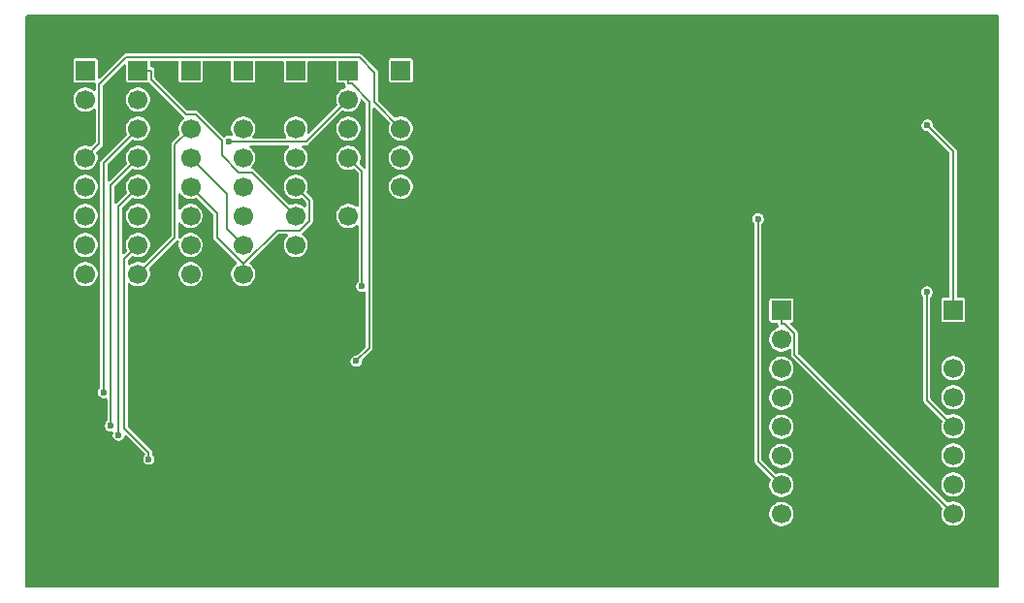
<source format=gbl>
%TF.GenerationSoftware,KiCad,Pcbnew,9.0.6*%
%TF.CreationDate,2025-12-05T12:09:10+01:00*%
%TF.ProjectId,Vikingboard,56696b69-6e67-4626-9f61-72642e6b6963,rev?*%
%TF.SameCoordinates,Original*%
%TF.FileFunction,Copper,L2,Bot*%
%TF.FilePolarity,Positive*%
%FSLAX46Y46*%
G04 Gerber Fmt 4.6, Leading zero omitted, Abs format (unit mm)*
G04 Created by KiCad (PCBNEW 9.0.6) date 2025-12-05 12:09:10*
%MOMM*%
%LPD*%
G01*
G04 APERTURE LIST*
%TA.AperFunction,ComponentPad*%
%ADD10R,1.700000X1.700000*%
%TD*%
%TA.AperFunction,ComponentPad*%
%ADD11C,1.700000*%
%TD*%
%TA.AperFunction,ViaPad*%
%ADD12C,0.600000*%
%TD*%
%TA.AperFunction,Conductor*%
%ADD13C,0.200000*%
%TD*%
G04 APERTURE END LIST*
D10*
%TO.P,U2,1,REG*%
%TO.N,NRF24_IRQ*%
X111000000Y-90800000D03*
D11*
%TO.P,U2,2,SCL*%
%TO.N,KBD_RST*%
X111000000Y-93340000D03*
%TO.P,U2,3,SDA*%
%TO.N,KBD_INT*%
X111000000Y-95880000D03*
%TO.P,U2,4,IN/TRIG*%
%TO.N,FZ_GPIO1*%
X111000000Y-98420000D03*
%TO.P,U2,5,EN*%
%TO.N,FZ_GPIO2*%
X111000000Y-100960000D03*
%TO.P,U2,6,VDD/NC*%
%TO.N,FZ_GPIO3*%
X111000000Y-103500000D03*
%TO.P,U2,7,OUT+*%
%TO.N,FZ_GPIO4*%
X111000000Y-106040000D03*
%TO.P,U2,8,GND*%
%TO.N,FZ_GPIO5*%
X111000000Y-108580000D03*
%TD*%
D10*
%TO.P,U1,1,Pin_1*%
%TO.N,+5V_SYS*%
X59410000Y-69840000D03*
D11*
%TO.P,U1,2,Pin_2*%
%TO.N,GND*%
X59410000Y-72380000D03*
%TO.P,U1,3,Pin_3*%
%TO.N,EN*%
X59410000Y-74920000D03*
%TO.P,U1,4,Pin_4*%
%TO.N,SPI_SCK*%
X59410000Y-77460000D03*
%TO.P,U1,5,Pin_5*%
%TO.N,SPI_MOSI*%
X59410000Y-80000000D03*
%TO.P,U1,6*%
%TO.N,N/C*%
X59410000Y-82540000D03*
%TO.P,U1,7*%
X59410000Y-85080000D03*
%TO.P,U1,8*%
X59410000Y-87620000D03*
%TD*%
D10*
%TO.P,U7,1,Pin_1*%
%TO.N,+3V3_IO*%
X77770000Y-69840000D03*
D11*
%TO.P,U7,2,Pin_2*%
%TO.N,GND*%
X77770000Y-72380000D03*
%TO.P,U7,3,Pin_3*%
%TO.N,GPS_RX*%
X77770000Y-74920000D03*
%TO.P,U7,4,Pin_4*%
%TO.N,GPS_TX*%
X77770000Y-77460000D03*
%TO.P,U7,5,Pin_5*%
%TO.N,GPS_PPS*%
X77770000Y-80000000D03*
%TO.P,U7,6,Pin_6*%
%TO.N,GND*%
X77770000Y-82540000D03*
%TO.P,U7,7,Pin_7*%
X77770000Y-85080000D03*
%TO.P,U7,8,Pin_8*%
X77770000Y-87620000D03*
%TD*%
D10*
%TO.P,U3,1,OD/CLK*%
%TO.N,+3V3_RF*%
X64000000Y-69840000D03*
D11*
%TO.P,U3,2,I0*%
%TO.N,GND*%
X64000000Y-72380000D03*
%TO.P,U3,3,I1*%
%TO.N,EN*%
X64000000Y-74920000D03*
%TO.P,U3,4,I2*%
%TO.N,LORA_BUSY*%
X64000000Y-77460000D03*
%TO.P,U3,5,I3*%
%TO.N,LORA_DIO1*%
X64000000Y-80000000D03*
%TO.P,U3,6,I4*%
%TO.N,LORA_CS*%
X64000000Y-82540000D03*
%TO.P,U3,7,I5*%
%TO.N,SPI_SCK*%
X64000000Y-85080000D03*
%TO.P,U3,8,I6*%
%TO.N,SPI_MOSI*%
X64000000Y-87620000D03*
%TD*%
D10*
%TO.P,U6,1,Pin_1*%
%TO.N,KBD_INT*%
X73180000Y-69840000D03*
D11*
%TO.P,U6,2,Pin_2*%
%TO.N,I2C_SCL*%
X73180000Y-72380000D03*
%TO.P,U6,3,Pin_3*%
%TO.N,I2C_SDA*%
X73180000Y-74920000D03*
%TO.P,U6,4,Pin_4*%
%TO.N,KBD_RST*%
X73180000Y-77460000D03*
%TO.P,U6,5,Pin_5*%
%TO.N,GND*%
X73180000Y-80000000D03*
%TO.P,U6,6,Pin_6*%
%TO.N,+3V3_KBD*%
X73180000Y-82540000D03*
%TO.P,U6,7,Pin_7*%
%TO.N,GND*%
X73180000Y-85080000D03*
%TO.P,U6,8,Pin_8*%
X73180000Y-87620000D03*
%TD*%
D10*
%TO.P,J1,1,Pin_1*%
%TO.N,+5V_SYS*%
X50230000Y-69840000D03*
D11*
%TO.P,J1,2,Pin_2*%
%TO.N,+3V3_IO*%
X50230000Y-72380000D03*
%TO.P,J1,3,Pin_3*%
%TO.N,GND*%
X50230000Y-74920000D03*
%TO.P,J1,4,Pin_4*%
%TO.N,GPS_RX*%
X50230000Y-77460000D03*
%TO.P,J1,5,Pin_5*%
%TO.N,I2C_SCL*%
X50230000Y-80000000D03*
%TO.P,J1,6,Pin_6*%
%TO.N,I2C_SDA*%
X50230000Y-82540000D03*
%TO.P,J1,7,Pin_7*%
%TO.N,SPI_SCK*%
X50230000Y-85080000D03*
%TO.P,J1,8,Pin_8*%
%TO.N,SPI_MOSI*%
X50230000Y-87620000D03*
%TD*%
D10*
%TO.P,J2,1,Pin_1*%
%TO.N,SPI_MISO*%
X54820000Y-69840000D03*
D11*
%TO.P,J2,2,Pin_2*%
%TO.N,GPS_TX*%
X54820000Y-72380000D03*
%TO.P,J2,3,Pin_3*%
%TO.N,FZ_GPIO1*%
X54820000Y-74920000D03*
%TO.P,J2,4,Pin_4*%
%TO.N,FZ_GPIO2*%
X54820000Y-77460000D03*
%TO.P,J2,5,Pin_5*%
%TO.N,FZ_GPIO3*%
X54820000Y-80000000D03*
%TO.P,J2,6,Pin_6*%
%TO.N,FZ_GPIO4*%
X54820000Y-82540000D03*
%TO.P,J2,7,Pin_7*%
%TO.N,FZ_GPIO5*%
X54820000Y-85080000D03*
%TO.P,J2,8,Pin_8*%
%TO.N,EN*%
X54820000Y-87620000D03*
%TD*%
D10*
%TO.P,U4,1*%
%TO.N,+3V3_RF*%
X68590000Y-69840000D03*
D11*
%TO.P,U4,2*%
%TO.N,GND*%
X68590000Y-72380000D03*
%TO.P,U4,3*%
%TO.N,CC1101_CS*%
X68590000Y-74920000D03*
%TO.P,U4,4*%
%TO.N,SPI_SCK*%
X68590000Y-77460000D03*
%TO.P,U4,5*%
%TO.N,SPI_MOSI*%
X68590000Y-80000000D03*
%TO.P,U4,6*%
%TO.N,SPI_MISO*%
X68590000Y-82540000D03*
%TO.P,U4,7*%
%TO.N,CC1101_GDO0*%
X68590000Y-85080000D03*
%TO.P,U4,8*%
%TO.N,GND*%
X68590000Y-87620000D03*
%TD*%
D10*
%TO.P,U5,1,RFI_LF*%
%TO.N,+3V3_RF*%
X126000000Y-90760000D03*
D11*
%TO.P,U5,2,VR_ANA*%
%TO.N,GND*%
X126000000Y-93300000D03*
%TO.P,U5,3,VBAT_ANA*%
%TO.N,SPI_SCK*%
X126000000Y-95840000D03*
%TO.P,U5,4,VR_DIG*%
%TO.N,SPI_MOSI*%
X126000000Y-98380000D03*
%TO.P,U5,5,XTA*%
%TO.N,SPI_MISO*%
X126000000Y-100920000D03*
%TO.P,U5,6,XTB*%
%TO.N,NRF24_CS*%
X126000000Y-103460000D03*
%TO.P,U5,7,~{RESET}*%
%TO.N,NRF24_CE*%
X126000000Y-106000000D03*
%TO.P,U5,8,DIO0*%
%TO.N,NRF24_IRQ*%
X126000000Y-108540000D03*
%TD*%
D12*
%TO.N,I2C_SCL*%
X62748300Y-76053100D03*
%TO.N,SPI_MISO*%
X123706100Y-89209800D03*
%TO.N,FZ_GPIO1*%
X51828500Y-97956600D03*
%TO.N,FZ_GPIO2*%
X52426800Y-100872200D03*
%TO.N,FZ_GPIO3*%
X53125100Y-101695000D03*
%TO.N,FZ_GPIO4*%
X108962400Y-82815400D03*
%TO.N,FZ_GPIO5*%
X55763400Y-103787800D03*
%TO.N,KBD_RST*%
X74368800Y-88696400D03*
%TO.N,KBD_INT*%
X73876500Y-95224300D03*
%TO.N,+3V3_RF*%
X123739900Y-74631800D03*
%TD*%
D13*
%TO.N,GPS_RX*%
X51428300Y-76261700D02*
X50230000Y-77460000D01*
X75475000Y-70004100D02*
X74159200Y-68688300D01*
X77770000Y-74920000D02*
X75475000Y-72625000D01*
X51428300Y-71031600D02*
X51428300Y-76261700D01*
X74159200Y-68688300D02*
X53771600Y-68688300D01*
X53771600Y-68688300D02*
X51428300Y-71031600D01*
X75475000Y-72625000D02*
X75475000Y-70004100D01*
%TO.N,I2C_SCL*%
X69488300Y-76071700D02*
X62766900Y-76071700D01*
X62766900Y-76071700D02*
X62748300Y-76053100D01*
X73180000Y-72380000D02*
X69488300Y-76071700D01*
%TO.N,SPI_SCK*%
X62610200Y-83690200D02*
X64000000Y-85080000D01*
X59410000Y-77460000D02*
X62610200Y-80660200D01*
X62610200Y-80660200D02*
X62610200Y-83690200D01*
%TO.N,SPI_MOSI*%
X59410000Y-80000000D02*
X61705000Y-82295000D01*
X61705000Y-82295000D02*
X61705000Y-84452800D01*
X68966700Y-83810000D02*
X69789800Y-82986900D01*
X64006100Y-86753900D02*
X64000000Y-86760000D01*
X64006100Y-86753900D02*
X66950000Y-83810000D01*
X69789800Y-82986900D02*
X69789800Y-81199800D01*
X69789800Y-81199800D02*
X68590000Y-80000000D01*
X64000000Y-86760000D02*
X64000000Y-87620000D01*
X61705000Y-84452800D02*
X64006100Y-86753900D01*
X66950000Y-83810000D02*
X68966700Y-83810000D01*
%TO.N,SPI_MISO*%
X55971700Y-70631800D02*
X58989900Y-73650000D01*
X62146600Y-75960200D02*
X62146600Y-77242100D01*
X63634500Y-78730000D02*
X64780000Y-78730000D01*
X62146600Y-77242100D02*
X63634500Y-78730000D01*
X55971700Y-69840000D02*
X55971700Y-70631800D01*
X64780000Y-78730000D02*
X68590000Y-82540000D01*
X54820000Y-69840000D02*
X55971700Y-69840000D01*
X123706100Y-98626100D02*
X123706100Y-89209800D01*
X126000000Y-100920000D02*
X123706100Y-98626100D01*
X59836400Y-73650000D02*
X62146600Y-75960200D01*
X58989900Y-73650000D02*
X59836400Y-73650000D01*
%TO.N,FZ_GPIO1*%
X51828500Y-77911500D02*
X54820000Y-74920000D01*
X51828500Y-97956600D02*
X51828500Y-77911500D01*
%TO.N,FZ_GPIO2*%
X54820000Y-77460000D02*
X52430200Y-79849800D01*
X52430200Y-100868800D02*
X52426800Y-100872200D01*
X52430200Y-79849800D02*
X52430200Y-100868800D01*
%TO.N,FZ_GPIO3*%
X53125100Y-101695000D02*
X53125100Y-81694900D01*
X53125100Y-81694900D02*
X54820000Y-80000000D01*
%TO.N,FZ_GPIO4*%
X111000000Y-106040000D02*
X108962400Y-104002400D01*
X108962400Y-104002400D02*
X108962400Y-82815400D01*
%TO.N,FZ_GPIO5*%
X53624800Y-86275200D02*
X54820000Y-85080000D01*
X53624800Y-101075900D02*
X53624800Y-86275200D01*
X55763400Y-103787800D02*
X55763400Y-103214500D01*
X55763400Y-103214500D02*
X53624800Y-101075900D01*
%TO.N,EN*%
X54820000Y-87620000D02*
X58020200Y-84419800D01*
X58020200Y-84419800D02*
X58020200Y-76309800D01*
X58020200Y-76309800D02*
X59410000Y-74920000D01*
%TO.N,NRF24_IRQ*%
X111000000Y-91951700D02*
X111288000Y-91951700D01*
X112151700Y-92815400D02*
X112151700Y-94691700D01*
X111288000Y-91951700D02*
X112151700Y-92815400D01*
X111000000Y-90800000D02*
X111000000Y-91951700D01*
X112151700Y-94691700D02*
X126000000Y-108540000D01*
%TO.N,KBD_RST*%
X73180000Y-77460000D02*
X74368800Y-78648800D01*
X74368800Y-78648800D02*
X74368800Y-88696400D01*
%TO.N,KBD_INT*%
X73467900Y-70991700D02*
X75017900Y-72541700D01*
X75017900Y-94082900D02*
X73876500Y-95224300D01*
X75017900Y-72541700D02*
X75017900Y-94082900D01*
X73180000Y-70991700D02*
X73467900Y-70991700D01*
X73180000Y-69840000D02*
X73180000Y-70991700D01*
%TO.N,+3V3_RF*%
X126000000Y-90760000D02*
X126000000Y-76891900D01*
X126000000Y-76891900D02*
X123739900Y-74631800D01*
%TD*%
%TA.AperFunction,Conductor*%
%TO.N,GND*%
G36*
X58302539Y-69008485D02*
G01*
X58348294Y-69061289D01*
X58359500Y-69112800D01*
X58359500Y-70709752D01*
X58371131Y-70768229D01*
X58371132Y-70768230D01*
X58415447Y-70834552D01*
X58481769Y-70878867D01*
X58481770Y-70878868D01*
X58540247Y-70890499D01*
X58540250Y-70890500D01*
X58540252Y-70890500D01*
X60279750Y-70890500D01*
X60279751Y-70890499D01*
X60294568Y-70887552D01*
X60338229Y-70878868D01*
X60338229Y-70878867D01*
X60338231Y-70878867D01*
X60404552Y-70834552D01*
X60448867Y-70768231D01*
X60448867Y-70768229D01*
X60448868Y-70768229D01*
X60460499Y-70709752D01*
X60460500Y-70709750D01*
X60460500Y-69112800D01*
X60480185Y-69045761D01*
X60532989Y-69000006D01*
X60584500Y-68988800D01*
X62825500Y-68988800D01*
X62892539Y-69008485D01*
X62938294Y-69061289D01*
X62949500Y-69112800D01*
X62949500Y-70709752D01*
X62961131Y-70768229D01*
X62961132Y-70768230D01*
X63005447Y-70834552D01*
X63071769Y-70878867D01*
X63071770Y-70878868D01*
X63130247Y-70890499D01*
X63130250Y-70890500D01*
X63130252Y-70890500D01*
X64869750Y-70890500D01*
X64869751Y-70890499D01*
X64884568Y-70887552D01*
X64928229Y-70878868D01*
X64928229Y-70878867D01*
X64928231Y-70878867D01*
X64994552Y-70834552D01*
X65038867Y-70768231D01*
X65038867Y-70768229D01*
X65038868Y-70768229D01*
X65050499Y-70709752D01*
X65050500Y-70709750D01*
X65050500Y-69112800D01*
X65070185Y-69045761D01*
X65122989Y-69000006D01*
X65174500Y-68988800D01*
X67415500Y-68988800D01*
X67482539Y-69008485D01*
X67528294Y-69061289D01*
X67539500Y-69112800D01*
X67539500Y-70709752D01*
X67551131Y-70768229D01*
X67551132Y-70768230D01*
X67595447Y-70834552D01*
X67661769Y-70878867D01*
X67661770Y-70878868D01*
X67720247Y-70890499D01*
X67720250Y-70890500D01*
X67720252Y-70890500D01*
X69459750Y-70890500D01*
X69459751Y-70890499D01*
X69474568Y-70887552D01*
X69518229Y-70878868D01*
X69518229Y-70878867D01*
X69518231Y-70878867D01*
X69584552Y-70834552D01*
X69628867Y-70768231D01*
X69628867Y-70768229D01*
X69628868Y-70768229D01*
X69640499Y-70709752D01*
X69640500Y-70709750D01*
X69640500Y-69112800D01*
X69660185Y-69045761D01*
X69712989Y-69000006D01*
X69764500Y-68988800D01*
X72005500Y-68988800D01*
X72072539Y-69008485D01*
X72118294Y-69061289D01*
X72129500Y-69112800D01*
X72129500Y-70709752D01*
X72141131Y-70768229D01*
X72141132Y-70768230D01*
X72185447Y-70834552D01*
X72251769Y-70878867D01*
X72251770Y-70878868D01*
X72310247Y-70890499D01*
X72310250Y-70890500D01*
X72310252Y-70890500D01*
X72755500Y-70890500D01*
X72822539Y-70910185D01*
X72868294Y-70962989D01*
X72879500Y-71014500D01*
X72879500Y-71031262D01*
X72880779Y-71036034D01*
X72899979Y-71107690D01*
X72899982Y-71107695D01*
X72943603Y-71183250D01*
X72942107Y-71184113D01*
X72963754Y-71240100D01*
X72949717Y-71308546D01*
X72900904Y-71358536D01*
X72876193Y-71369076D01*
X72873590Y-71369865D01*
X72682403Y-71449058D01*
X72510342Y-71564024D01*
X72364024Y-71710342D01*
X72249058Y-71882403D01*
X72169870Y-72073579D01*
X72169868Y-72073587D01*
X72129500Y-72276530D01*
X72129500Y-72483469D01*
X72169868Y-72686412D01*
X72169871Y-72686424D01*
X72219803Y-72806971D01*
X72227272Y-72876440D01*
X72195997Y-72938919D01*
X72192923Y-72942104D01*
X69812579Y-75322449D01*
X69751256Y-75355934D01*
X69681564Y-75350950D01*
X69625631Y-75309078D01*
X69601214Y-75243614D01*
X69603280Y-75210580D01*
X69640500Y-75023465D01*
X69640500Y-74816535D01*
X69600130Y-74613580D01*
X69520941Y-74422402D01*
X69405977Y-74250345D01*
X69405975Y-74250342D01*
X69259657Y-74104024D01*
X69092616Y-73992412D01*
X69087598Y-73989059D01*
X69035002Y-73967273D01*
X68896420Y-73909870D01*
X68896412Y-73909868D01*
X68693469Y-73869500D01*
X68693465Y-73869500D01*
X68486535Y-73869500D01*
X68486530Y-73869500D01*
X68283587Y-73909868D01*
X68283579Y-73909870D01*
X68092403Y-73989058D01*
X67920342Y-74104024D01*
X67774024Y-74250342D01*
X67659058Y-74422403D01*
X67579870Y-74613579D01*
X67579868Y-74613587D01*
X67539500Y-74816530D01*
X67539500Y-75023469D01*
X67579868Y-75226412D01*
X67579870Y-75226420D01*
X67659059Y-75417599D01*
X67766442Y-75578310D01*
X67787320Y-75644987D01*
X67768835Y-75712367D01*
X67716856Y-75759057D01*
X67663340Y-75771200D01*
X64926660Y-75771200D01*
X64859621Y-75751515D01*
X64813866Y-75698711D01*
X64803922Y-75629553D01*
X64823558Y-75578310D01*
X64930940Y-75417599D01*
X64930941Y-75417598D01*
X65010130Y-75226420D01*
X65050500Y-75023465D01*
X65050500Y-74816535D01*
X65010130Y-74613580D01*
X64930941Y-74422402D01*
X64815977Y-74250345D01*
X64815975Y-74250342D01*
X64669657Y-74104024D01*
X64502616Y-73992412D01*
X64497598Y-73989059D01*
X64445002Y-73967273D01*
X64306420Y-73909870D01*
X64306412Y-73909868D01*
X64103469Y-73869500D01*
X64103465Y-73869500D01*
X63896535Y-73869500D01*
X63896530Y-73869500D01*
X63693587Y-73909868D01*
X63693579Y-73909870D01*
X63502403Y-73989058D01*
X63330342Y-74104024D01*
X63184024Y-74250342D01*
X63069058Y-74422403D01*
X62989870Y-74613579D01*
X62989868Y-74613587D01*
X62949500Y-74816530D01*
X62949500Y-75023469D01*
X62989868Y-75226412D01*
X62989870Y-75226420D01*
X63067553Y-75413964D01*
X63075022Y-75483434D01*
X63043747Y-75545913D01*
X62983658Y-75581565D01*
X62920899Y-75581192D01*
X62814192Y-75552600D01*
X62682408Y-75552600D01*
X62555113Y-75586708D01*
X62440983Y-75652602D01*
X62440153Y-75653433D01*
X62439277Y-75653911D01*
X62434536Y-75657549D01*
X62433968Y-75656809D01*
X62378827Y-75686913D01*
X62309136Y-75681923D01*
X62264797Y-75653426D01*
X60020912Y-73409541D01*
X60020904Y-73409535D01*
X59952395Y-73369982D01*
X59952390Y-73369979D01*
X59926913Y-73363152D01*
X59875962Y-73349500D01*
X59875960Y-73349500D01*
X59165733Y-73349500D01*
X59098694Y-73329815D01*
X59078052Y-73313181D01*
X56308519Y-70543648D01*
X56275034Y-70482325D01*
X56272200Y-70455967D01*
X56272200Y-69800439D01*
X56272200Y-69800438D01*
X56251721Y-69724011D01*
X56251717Y-69724004D01*
X56212164Y-69655495D01*
X56212158Y-69655487D01*
X56156212Y-69599541D01*
X56156204Y-69599535D01*
X56087695Y-69559982D01*
X56087690Y-69559979D01*
X56062213Y-69553152D01*
X56011262Y-69539500D01*
X56011260Y-69539500D01*
X55994500Y-69539500D01*
X55927461Y-69519815D01*
X55881706Y-69467011D01*
X55870500Y-69415500D01*
X55870500Y-69112800D01*
X55890185Y-69045761D01*
X55942989Y-69000006D01*
X55994500Y-68988800D01*
X58235500Y-68988800D01*
X58302539Y-69008485D01*
G37*
%TD.AperFunction*%
%TA.AperFunction,Conductor*%
G36*
X129943039Y-65019685D02*
G01*
X129988794Y-65072489D01*
X130000000Y-65124000D01*
X130000000Y-114876000D01*
X129980315Y-114943039D01*
X129927511Y-114988794D01*
X129876000Y-115000000D01*
X45124000Y-115000000D01*
X45056961Y-114980315D01*
X45011206Y-114927511D01*
X45000000Y-114876000D01*
X45000000Y-108476530D01*
X109949500Y-108476530D01*
X109949500Y-108683469D01*
X109989868Y-108886412D01*
X109989870Y-108886420D01*
X110069058Y-109077596D01*
X110184024Y-109249657D01*
X110330342Y-109395975D01*
X110330345Y-109395977D01*
X110502402Y-109510941D01*
X110693580Y-109590130D01*
X110896530Y-109630499D01*
X110896534Y-109630500D01*
X110896535Y-109630500D01*
X111103466Y-109630500D01*
X111103467Y-109630499D01*
X111306420Y-109590130D01*
X111497598Y-109510941D01*
X111669655Y-109395977D01*
X111815977Y-109249655D01*
X111930941Y-109077598D01*
X112010130Y-108886420D01*
X112050500Y-108683465D01*
X112050500Y-108476535D01*
X112010130Y-108273580D01*
X111930941Y-108082402D01*
X111815977Y-107910345D01*
X111815975Y-107910342D01*
X111669657Y-107764024D01*
X111583626Y-107706541D01*
X111497598Y-107649059D01*
X111306420Y-107569870D01*
X111306412Y-107569868D01*
X111103469Y-107529500D01*
X111103465Y-107529500D01*
X110896535Y-107529500D01*
X110896530Y-107529500D01*
X110693587Y-107569868D01*
X110693579Y-107569870D01*
X110502403Y-107649058D01*
X110330342Y-107764024D01*
X110184024Y-107910342D01*
X110069058Y-108082403D01*
X109989870Y-108273579D01*
X109989868Y-108273587D01*
X109949500Y-108476530D01*
X45000000Y-108476530D01*
X45000000Y-87516530D01*
X49179500Y-87516530D01*
X49179500Y-87723469D01*
X49219868Y-87926412D01*
X49219870Y-87926420D01*
X49299059Y-88117598D01*
X49356541Y-88203626D01*
X49414024Y-88289657D01*
X49560342Y-88435975D01*
X49560345Y-88435977D01*
X49732402Y-88550941D01*
X49923580Y-88630130D01*
X50126530Y-88670499D01*
X50126534Y-88670500D01*
X50126535Y-88670500D01*
X50333466Y-88670500D01*
X50333467Y-88670499D01*
X50536420Y-88630130D01*
X50727598Y-88550941D01*
X50899655Y-88435977D01*
X51045977Y-88289655D01*
X51160941Y-88117598D01*
X51240130Y-87926420D01*
X51280500Y-87723465D01*
X51280500Y-87723458D01*
X51280597Y-87722481D01*
X51280792Y-87721996D01*
X51281689Y-87717490D01*
X51282543Y-87717659D01*
X51306757Y-87657694D01*
X51363391Y-87617616D01*
X51322797Y-87599078D01*
X51285023Y-87540300D01*
X51280597Y-87517520D01*
X51280499Y-87516534D01*
X51240130Y-87313580D01*
X51160941Y-87122402D01*
X51045977Y-86950345D01*
X51045975Y-86950342D01*
X50899657Y-86804024D01*
X50813626Y-86746541D01*
X50727598Y-86689059D01*
X50726405Y-86688565D01*
X50536420Y-86609870D01*
X50536412Y-86609868D01*
X50333469Y-86569500D01*
X50333465Y-86569500D01*
X50126535Y-86569500D01*
X50126530Y-86569500D01*
X49923587Y-86609868D01*
X49923579Y-86609870D01*
X49732403Y-86689058D01*
X49560342Y-86804024D01*
X49414024Y-86950342D01*
X49299058Y-87122403D01*
X49219870Y-87313579D01*
X49219868Y-87313587D01*
X49179500Y-87516530D01*
X45000000Y-87516530D01*
X45000000Y-84976530D01*
X49179500Y-84976530D01*
X49179500Y-85183469D01*
X49219868Y-85386412D01*
X49219870Y-85386420D01*
X49299058Y-85577596D01*
X49414024Y-85749657D01*
X49560342Y-85895975D01*
X49560345Y-85895977D01*
X49732402Y-86010941D01*
X49923580Y-86090130D01*
X50126530Y-86130499D01*
X50126534Y-86130500D01*
X50126535Y-86130500D01*
X50333466Y-86130500D01*
X50333467Y-86130499D01*
X50536420Y-86090130D01*
X50727598Y-86010941D01*
X50899655Y-85895977D01*
X51045977Y-85749655D01*
X51160941Y-85577598D01*
X51240130Y-85386420D01*
X51280500Y-85183465D01*
X51280500Y-84976535D01*
X51280000Y-84974021D01*
X51280000Y-84974018D01*
X51240131Y-84773587D01*
X51240130Y-84773580D01*
X51160941Y-84582402D01*
X51045977Y-84410345D01*
X51045975Y-84410342D01*
X50899657Y-84264024D01*
X50778378Y-84182989D01*
X50727598Y-84149059D01*
X50722190Y-84146819D01*
X50536420Y-84069870D01*
X50536412Y-84069868D01*
X50333469Y-84029500D01*
X50333465Y-84029500D01*
X50126535Y-84029500D01*
X50126530Y-84029500D01*
X49923587Y-84069868D01*
X49923579Y-84069870D01*
X49732403Y-84149058D01*
X49560342Y-84264024D01*
X49414024Y-84410342D01*
X49299058Y-84582403D01*
X49219870Y-84773579D01*
X49219868Y-84773587D01*
X49179500Y-84976530D01*
X45000000Y-84976530D01*
X45000000Y-82436530D01*
X49179500Y-82436530D01*
X49179500Y-82643469D01*
X49219868Y-82846412D01*
X49219870Y-82846420D01*
X49299058Y-83037596D01*
X49414024Y-83209657D01*
X49560342Y-83355975D01*
X49560345Y-83355977D01*
X49732402Y-83470941D01*
X49923580Y-83550130D01*
X50126530Y-83590499D01*
X50126534Y-83590500D01*
X50126535Y-83590500D01*
X50333466Y-83590500D01*
X50333467Y-83590499D01*
X50536420Y-83550130D01*
X50727598Y-83470941D01*
X50899655Y-83355977D01*
X51045977Y-83209655D01*
X51160941Y-83037598D01*
X51240130Y-82846420D01*
X51280500Y-82643465D01*
X51280500Y-82643458D01*
X51280597Y-82642481D01*
X51280792Y-82641996D01*
X51281689Y-82637490D01*
X51282543Y-82637659D01*
X51306757Y-82577694D01*
X51363391Y-82537616D01*
X51322797Y-82519078D01*
X51285023Y-82460300D01*
X51280597Y-82437520D01*
X51280499Y-82436534D01*
X51240130Y-82233580D01*
X51160941Y-82042402D01*
X51045977Y-81870345D01*
X51045975Y-81870342D01*
X50899657Y-81724024D01*
X50732616Y-81612412D01*
X50727598Y-81609059D01*
X50675002Y-81587273D01*
X50536420Y-81529870D01*
X50536412Y-81529868D01*
X50333469Y-81489500D01*
X50333465Y-81489500D01*
X50126535Y-81489500D01*
X50126530Y-81489500D01*
X49923587Y-81529868D01*
X49923579Y-81529870D01*
X49732403Y-81609058D01*
X49560342Y-81724024D01*
X49414024Y-81870342D01*
X49299058Y-82042403D01*
X49219870Y-82233579D01*
X49219868Y-82233587D01*
X49179500Y-82436530D01*
X45000000Y-82436530D01*
X45000000Y-79896530D01*
X49179500Y-79896530D01*
X49179500Y-80103469D01*
X49219868Y-80306412D01*
X49219870Y-80306420D01*
X49299058Y-80497596D01*
X49414024Y-80669657D01*
X49560342Y-80815975D01*
X49560345Y-80815977D01*
X49732402Y-80930941D01*
X49923580Y-81010130D01*
X50126530Y-81050499D01*
X50126534Y-81050500D01*
X50126535Y-81050500D01*
X50333466Y-81050500D01*
X50333467Y-81050499D01*
X50536420Y-81010130D01*
X50727598Y-80930941D01*
X50899655Y-80815977D01*
X51045977Y-80669655D01*
X51160941Y-80497598D01*
X51240130Y-80306420D01*
X51280500Y-80103465D01*
X51280500Y-79896535D01*
X51280000Y-79894021D01*
X51280000Y-79894018D01*
X51240131Y-79693587D01*
X51240130Y-79693580D01*
X51160941Y-79502402D01*
X51045977Y-79330345D01*
X51045975Y-79330342D01*
X50899657Y-79184024D01*
X50736091Y-79074734D01*
X50727598Y-79069059D01*
X50536420Y-78989870D01*
X50536412Y-78989868D01*
X50333469Y-78949500D01*
X50333465Y-78949500D01*
X50126535Y-78949500D01*
X50126530Y-78949500D01*
X49923587Y-78989868D01*
X49923579Y-78989870D01*
X49732403Y-79069058D01*
X49560342Y-79184024D01*
X49414024Y-79330342D01*
X49299058Y-79502403D01*
X49219870Y-79693579D01*
X49219868Y-79693587D01*
X49179500Y-79896530D01*
X45000000Y-79896530D01*
X45000000Y-68970247D01*
X49179500Y-68970247D01*
X49179500Y-70709752D01*
X49191131Y-70768229D01*
X49191132Y-70768230D01*
X49235447Y-70834552D01*
X49301769Y-70878867D01*
X49301770Y-70878868D01*
X49360247Y-70890499D01*
X49360250Y-70890500D01*
X51003800Y-70890500D01*
X51070839Y-70910185D01*
X51116594Y-70962989D01*
X51127800Y-71014500D01*
X51127800Y-71492805D01*
X51108115Y-71559844D01*
X51055311Y-71605599D01*
X50986153Y-71615543D01*
X50922597Y-71586518D01*
X50916119Y-71580486D01*
X50899657Y-71564024D01*
X50793069Y-71492805D01*
X50727598Y-71449059D01*
X50536420Y-71369870D01*
X50536412Y-71369868D01*
X50333469Y-71329500D01*
X50333465Y-71329500D01*
X50126535Y-71329500D01*
X50126530Y-71329500D01*
X49923587Y-71369868D01*
X49923579Y-71369870D01*
X49732403Y-71449058D01*
X49560342Y-71564024D01*
X49414024Y-71710342D01*
X49299058Y-71882403D01*
X49219870Y-72073579D01*
X49219868Y-72073587D01*
X49179500Y-72276530D01*
X49179500Y-72483469D01*
X49219868Y-72686412D01*
X49219870Y-72686420D01*
X49299058Y-72877596D01*
X49414024Y-73049657D01*
X49560342Y-73195975D01*
X49560345Y-73195977D01*
X49732402Y-73310941D01*
X49923580Y-73390130D01*
X50126530Y-73430499D01*
X50126534Y-73430500D01*
X50126535Y-73430500D01*
X50333466Y-73430500D01*
X50333467Y-73430499D01*
X50536420Y-73390130D01*
X50727598Y-73310941D01*
X50899655Y-73195977D01*
X50902899Y-73192733D01*
X50916119Y-73179514D01*
X50977442Y-73146029D01*
X51047134Y-73151013D01*
X51103067Y-73192885D01*
X51127484Y-73258349D01*
X51127800Y-73267195D01*
X51127800Y-76085866D01*
X51108115Y-76152905D01*
X51091481Y-76173547D01*
X50792104Y-76472923D01*
X50730781Y-76506408D01*
X50661089Y-76501424D01*
X50656971Y-76499803D01*
X50536424Y-76449871D01*
X50536412Y-76449868D01*
X50333469Y-76409500D01*
X50333465Y-76409500D01*
X50126535Y-76409500D01*
X50126530Y-76409500D01*
X49923587Y-76449868D01*
X49923579Y-76449870D01*
X49732403Y-76529058D01*
X49560342Y-76644024D01*
X49414024Y-76790342D01*
X49299058Y-76962403D01*
X49219870Y-77153579D01*
X49219868Y-77153587D01*
X49179500Y-77356530D01*
X49179500Y-77563469D01*
X49219868Y-77766412D01*
X49219870Y-77766420D01*
X49299058Y-77957596D01*
X49414024Y-78129657D01*
X49560342Y-78275975D01*
X49560345Y-78275977D01*
X49732402Y-78390941D01*
X49923580Y-78470130D01*
X50126530Y-78510499D01*
X50126534Y-78510500D01*
X50126535Y-78510500D01*
X50333466Y-78510500D01*
X50333467Y-78510499D01*
X50536420Y-78470130D01*
X50727598Y-78390941D01*
X50899655Y-78275977D01*
X51045977Y-78129655D01*
X51160941Y-77957598D01*
X51240130Y-77766420D01*
X51280500Y-77563465D01*
X51280500Y-77356535D01*
X51240130Y-77153580D01*
X51190194Y-77033026D01*
X51182726Y-76963559D01*
X51214001Y-76901080D01*
X51217044Y-76897925D01*
X51668760Y-76446211D01*
X51708321Y-76377689D01*
X51728800Y-76301262D01*
X51728800Y-72276530D01*
X53769500Y-72276530D01*
X53769500Y-72483469D01*
X53809868Y-72686412D01*
X53809870Y-72686420D01*
X53889058Y-72877596D01*
X54004024Y-73049657D01*
X54150342Y-73195975D01*
X54150345Y-73195977D01*
X54322402Y-73310941D01*
X54513580Y-73390130D01*
X54716530Y-73430499D01*
X54716534Y-73430500D01*
X54716535Y-73430500D01*
X54923466Y-73430500D01*
X54923467Y-73430499D01*
X55126420Y-73390130D01*
X55317598Y-73310941D01*
X55489655Y-73195977D01*
X55635977Y-73049655D01*
X55750941Y-72877598D01*
X55830130Y-72686420D01*
X55870500Y-72483465D01*
X55870500Y-72276535D01*
X55830130Y-72073580D01*
X55750941Y-71882402D01*
X55635977Y-71710345D01*
X55635975Y-71710342D01*
X55489657Y-71564024D01*
X55383069Y-71492805D01*
X55317598Y-71449059D01*
X55126420Y-71369870D01*
X55126412Y-71369868D01*
X54923469Y-71329500D01*
X54923465Y-71329500D01*
X54716535Y-71329500D01*
X54716530Y-71329500D01*
X54513587Y-71369868D01*
X54513579Y-71369870D01*
X54322403Y-71449058D01*
X54150342Y-71564024D01*
X54004024Y-71710342D01*
X53889058Y-71882403D01*
X53809870Y-72073579D01*
X53809868Y-72073587D01*
X53769500Y-72276530D01*
X51728800Y-72276530D01*
X51728800Y-71207433D01*
X51748485Y-71140394D01*
X51765119Y-71119752D01*
X53557819Y-69327052D01*
X53619142Y-69293567D01*
X53688834Y-69298551D01*
X53744767Y-69340423D01*
X53769184Y-69405887D01*
X53769500Y-69414733D01*
X53769500Y-70709752D01*
X53781131Y-70768229D01*
X53781132Y-70768230D01*
X53825447Y-70834552D01*
X53891769Y-70878867D01*
X53891770Y-70878868D01*
X53950247Y-70890499D01*
X53950250Y-70890500D01*
X53950252Y-70890500D01*
X55689749Y-70890500D01*
X55721230Y-70884238D01*
X55790821Y-70890465D01*
X55833103Y-70918174D01*
X58800517Y-73885588D01*
X58834002Y-73946911D01*
X58829018Y-74016603D01*
X58787146Y-74072536D01*
X58781728Y-74076370D01*
X58740347Y-74104020D01*
X58740341Y-74104025D01*
X58594024Y-74250342D01*
X58479058Y-74422403D01*
X58399870Y-74613579D01*
X58399868Y-74613587D01*
X58359500Y-74816530D01*
X58359500Y-75023469D01*
X58399868Y-75226412D01*
X58399871Y-75226424D01*
X58449803Y-75346971D01*
X58457272Y-75416440D01*
X58425997Y-75478919D01*
X58422923Y-75482104D01*
X57835689Y-76069340D01*
X57779741Y-76125287D01*
X57779735Y-76125295D01*
X57740182Y-76193804D01*
X57740179Y-76193809D01*
X57719700Y-76270239D01*
X57719700Y-84243966D01*
X57700015Y-84311005D01*
X57683381Y-84331647D01*
X55382104Y-86632923D01*
X55320781Y-86666408D01*
X55251089Y-86661424D01*
X55246971Y-86659803D01*
X55126424Y-86609871D01*
X55126412Y-86609868D01*
X54923469Y-86569500D01*
X54923465Y-86569500D01*
X54716535Y-86569500D01*
X54716530Y-86569500D01*
X54513587Y-86609868D01*
X54513579Y-86609870D01*
X54322403Y-86689058D01*
X54150342Y-86804024D01*
X54150341Y-86804025D01*
X54136981Y-86817386D01*
X54075658Y-86850871D01*
X54005966Y-86845887D01*
X53950033Y-86804015D01*
X53925616Y-86738551D01*
X53925300Y-86729705D01*
X53925300Y-86451032D01*
X53944985Y-86383993D01*
X53961615Y-86363355D01*
X54257896Y-86067073D01*
X54319217Y-86033590D01*
X54388908Y-86038574D01*
X54393007Y-86040186D01*
X54513580Y-86090130D01*
X54716530Y-86130499D01*
X54716534Y-86130500D01*
X54716535Y-86130500D01*
X54923466Y-86130500D01*
X54923467Y-86130499D01*
X55126420Y-86090130D01*
X55317598Y-86010941D01*
X55489655Y-85895977D01*
X55635977Y-85749655D01*
X55750941Y-85577598D01*
X55830130Y-85386420D01*
X55870500Y-85183465D01*
X55870500Y-84976535D01*
X55830130Y-84773580D01*
X55750941Y-84582402D01*
X55635977Y-84410345D01*
X55635975Y-84410342D01*
X55489657Y-84264024D01*
X55368378Y-84182989D01*
X55317598Y-84149059D01*
X55312190Y-84146819D01*
X55126420Y-84069870D01*
X55126412Y-84069868D01*
X54923469Y-84029500D01*
X54923465Y-84029500D01*
X54716535Y-84029500D01*
X54716530Y-84029500D01*
X54513587Y-84069868D01*
X54513579Y-84069870D01*
X54322403Y-84149058D01*
X54150342Y-84264024D01*
X54004024Y-84410342D01*
X53889058Y-84582403D01*
X53809870Y-84773579D01*
X53809868Y-84773587D01*
X53769500Y-84976530D01*
X53769500Y-85183469D01*
X53809868Y-85386412D01*
X53809871Y-85386424D01*
X53859803Y-85506971D01*
X53867272Y-85576440D01*
X53835997Y-85638919D01*
X53832923Y-85642104D01*
X53637281Y-85837747D01*
X53575958Y-85871232D01*
X53506267Y-85866248D01*
X53450333Y-85824377D01*
X53425916Y-85758912D01*
X53425600Y-85750066D01*
X53425600Y-82436530D01*
X53769500Y-82436530D01*
X53769500Y-82643469D01*
X53809868Y-82846412D01*
X53809870Y-82846420D01*
X53889058Y-83037596D01*
X54004024Y-83209657D01*
X54150342Y-83355975D01*
X54150345Y-83355977D01*
X54322402Y-83470941D01*
X54513580Y-83550130D01*
X54716530Y-83590499D01*
X54716534Y-83590500D01*
X54716535Y-83590500D01*
X54923466Y-83590500D01*
X54923467Y-83590499D01*
X55126420Y-83550130D01*
X55317598Y-83470941D01*
X55489655Y-83355977D01*
X55635977Y-83209655D01*
X55750941Y-83037598D01*
X55830130Y-82846420D01*
X55870500Y-82643465D01*
X55870500Y-82436535D01*
X55830130Y-82233580D01*
X55750941Y-82042402D01*
X55635977Y-81870345D01*
X55635975Y-81870342D01*
X55489657Y-81724024D01*
X55322616Y-81612412D01*
X55317598Y-81609059D01*
X55265002Y-81587273D01*
X55126420Y-81529870D01*
X55126412Y-81529868D01*
X54923469Y-81489500D01*
X54923465Y-81489500D01*
X54716535Y-81489500D01*
X54716530Y-81489500D01*
X54513587Y-81529868D01*
X54513579Y-81529870D01*
X54322403Y-81609058D01*
X54150342Y-81724024D01*
X54004024Y-81870342D01*
X53889058Y-82042403D01*
X53809870Y-82233579D01*
X53809868Y-82233587D01*
X53769500Y-82436530D01*
X53425600Y-82436530D01*
X53425600Y-81870732D01*
X53445285Y-81803693D01*
X53461915Y-81783055D01*
X54257896Y-80987073D01*
X54319217Y-80953590D01*
X54388908Y-80958574D01*
X54393007Y-80960186D01*
X54513580Y-81010130D01*
X54716530Y-81050499D01*
X54716534Y-81050500D01*
X54716535Y-81050500D01*
X54923466Y-81050500D01*
X54923467Y-81050499D01*
X55126420Y-81010130D01*
X55317598Y-80930941D01*
X55489655Y-80815977D01*
X55635977Y-80669655D01*
X55750941Y-80497598D01*
X55830130Y-80306420D01*
X55870500Y-80103465D01*
X55870500Y-79896535D01*
X55830130Y-79693580D01*
X55750941Y-79502402D01*
X55635977Y-79330345D01*
X55635975Y-79330342D01*
X55489657Y-79184024D01*
X55326091Y-79074734D01*
X55317598Y-79069059D01*
X55126420Y-78989870D01*
X55126412Y-78989868D01*
X54923469Y-78949500D01*
X54923465Y-78949500D01*
X54716535Y-78949500D01*
X54716530Y-78949500D01*
X54513587Y-78989868D01*
X54513579Y-78989870D01*
X54322403Y-79069058D01*
X54150342Y-79184024D01*
X54004024Y-79330342D01*
X53889058Y-79502403D01*
X53809870Y-79693579D01*
X53809868Y-79693587D01*
X53769500Y-79896530D01*
X53769500Y-80103469D01*
X53809868Y-80306412D01*
X53809871Y-80306424D01*
X53859803Y-80426971D01*
X53867272Y-80496440D01*
X53835997Y-80558919D01*
X53832923Y-80562104D01*
X52942381Y-81452647D01*
X52881058Y-81486132D01*
X52811367Y-81481148D01*
X52755433Y-81439276D01*
X52731016Y-81373812D01*
X52730700Y-81364966D01*
X52730700Y-80025632D01*
X52750385Y-79958593D01*
X52767014Y-79937956D01*
X54257896Y-78447073D01*
X54319217Y-78413590D01*
X54388909Y-78418574D01*
X54393007Y-78420186D01*
X54513580Y-78470130D01*
X54716530Y-78510499D01*
X54716534Y-78510500D01*
X54716535Y-78510500D01*
X54923466Y-78510500D01*
X54923467Y-78510499D01*
X55126420Y-78470130D01*
X55317598Y-78390941D01*
X55489655Y-78275977D01*
X55635977Y-78129655D01*
X55750941Y-77957598D01*
X55830130Y-77766420D01*
X55870500Y-77563465D01*
X55870500Y-77356535D01*
X55830130Y-77153580D01*
X55750941Y-76962402D01*
X55635977Y-76790345D01*
X55635975Y-76790342D01*
X55489657Y-76644024D01*
X55354325Y-76553599D01*
X55317598Y-76529059D01*
X55294501Y-76519492D01*
X55126420Y-76449870D01*
X55126412Y-76449868D01*
X54923469Y-76409500D01*
X54923465Y-76409500D01*
X54716535Y-76409500D01*
X54716530Y-76409500D01*
X54513587Y-76449868D01*
X54513579Y-76449870D01*
X54322403Y-76529058D01*
X54150342Y-76644024D01*
X54004024Y-76790342D01*
X53889058Y-76962403D01*
X53809870Y-77153579D01*
X53809868Y-77153587D01*
X53769500Y-77356530D01*
X53769500Y-77563469D01*
X53809868Y-77766412D01*
X53809871Y-77766424D01*
X53859803Y-77886971D01*
X53867272Y-77956440D01*
X53835997Y-78018919D01*
X53832923Y-78022104D01*
X52340681Y-79514347D01*
X52279358Y-79547832D01*
X52209666Y-79542848D01*
X52153733Y-79500976D01*
X52129316Y-79435512D01*
X52129000Y-79426666D01*
X52129000Y-78087332D01*
X52148685Y-78020293D01*
X52165314Y-77999656D01*
X54257896Y-75907073D01*
X54319217Y-75873590D01*
X54388909Y-75878574D01*
X54393007Y-75880186D01*
X54513580Y-75930130D01*
X54716530Y-75970499D01*
X54716534Y-75970500D01*
X54716535Y-75970500D01*
X54923466Y-75970500D01*
X54923467Y-75970499D01*
X55126420Y-75930130D01*
X55317598Y-75850941D01*
X55489655Y-75735977D01*
X55635977Y-75589655D01*
X55750941Y-75417598D01*
X55830130Y-75226420D01*
X55870500Y-75023465D01*
X55870500Y-74816535D01*
X55830130Y-74613580D01*
X55750941Y-74422402D01*
X55635977Y-74250345D01*
X55635975Y-74250342D01*
X55489657Y-74104024D01*
X55322616Y-73992412D01*
X55317598Y-73989059D01*
X55265002Y-73967273D01*
X55126420Y-73909870D01*
X55126412Y-73909868D01*
X54923469Y-73869500D01*
X54923465Y-73869500D01*
X54716535Y-73869500D01*
X54716530Y-73869500D01*
X54513587Y-73909868D01*
X54513579Y-73909870D01*
X54322403Y-73989058D01*
X54150342Y-74104024D01*
X54004024Y-74250342D01*
X53889058Y-74422403D01*
X53809870Y-74613579D01*
X53809868Y-74613587D01*
X53769500Y-74816530D01*
X53769500Y-75023469D01*
X53809868Y-75226412D01*
X53809871Y-75226424D01*
X53859803Y-75346971D01*
X53867272Y-75416440D01*
X53835997Y-75478919D01*
X53832923Y-75482104D01*
X51643989Y-77671040D01*
X51588041Y-77726987D01*
X51588035Y-77726995D01*
X51548482Y-77795504D01*
X51548479Y-77795509D01*
X51528000Y-77871939D01*
X51528000Y-82425365D01*
X51508315Y-82492404D01*
X51455511Y-82538159D01*
X51443374Y-82539904D01*
X51493996Y-82569331D01*
X51525828Y-82631528D01*
X51528000Y-82654634D01*
X51528000Y-87505365D01*
X51508315Y-87572404D01*
X51455511Y-87618159D01*
X51443374Y-87619904D01*
X51493996Y-87649331D01*
X51525828Y-87711528D01*
X51528000Y-87734634D01*
X51528000Y-97497923D01*
X51508315Y-97564962D01*
X51491682Y-97585604D01*
X51428000Y-97649286D01*
X51362108Y-97763412D01*
X51328000Y-97890708D01*
X51328000Y-98022491D01*
X51362108Y-98149787D01*
X51395054Y-98206850D01*
X51428000Y-98263914D01*
X51521186Y-98357100D01*
X51635314Y-98422992D01*
X51762608Y-98457100D01*
X51762610Y-98457100D01*
X51894389Y-98457100D01*
X51894392Y-98457100D01*
X51973608Y-98435874D01*
X52043456Y-98437537D01*
X52101319Y-98476699D01*
X52128823Y-98540928D01*
X52129700Y-98555649D01*
X52129700Y-100410123D01*
X52110015Y-100477162D01*
X52093382Y-100497804D01*
X52026300Y-100564886D01*
X51960408Y-100679012D01*
X51926300Y-100806308D01*
X51926300Y-100938091D01*
X51960408Y-101065387D01*
X51993354Y-101122450D01*
X52026300Y-101179514D01*
X52119486Y-101272700D01*
X52233614Y-101338592D01*
X52360908Y-101372700D01*
X52360910Y-101372700D01*
X52492690Y-101372700D01*
X52492692Y-101372700D01*
X52501365Y-101370376D01*
X52571213Y-101372037D01*
X52629076Y-101411198D01*
X52656582Y-101475426D01*
X52653233Y-101522243D01*
X52624600Y-101629108D01*
X52624600Y-101760892D01*
X52628642Y-101775977D01*
X52658708Y-101888187D01*
X52682924Y-101930129D01*
X52724600Y-102002314D01*
X52817786Y-102095500D01*
X52931914Y-102161392D01*
X53059208Y-102195500D01*
X53059210Y-102195500D01*
X53190990Y-102195500D01*
X53190992Y-102195500D01*
X53318286Y-102161392D01*
X53432414Y-102095500D01*
X53525600Y-102002314D01*
X53591492Y-101888186D01*
X53624793Y-101763903D01*
X53661155Y-101704246D01*
X53724002Y-101673716D01*
X53793378Y-101682010D01*
X53832247Y-101708318D01*
X55395976Y-103272047D01*
X55429461Y-103333370D01*
X55424477Y-103403062D01*
X55395977Y-103447408D01*
X55362903Y-103480482D01*
X55362900Y-103480486D01*
X55297008Y-103594612D01*
X55262900Y-103721908D01*
X55262900Y-103853691D01*
X55297008Y-103980987D01*
X55306599Y-103997598D01*
X55362900Y-104095114D01*
X55456086Y-104188300D01*
X55570214Y-104254192D01*
X55697508Y-104288300D01*
X55697510Y-104288300D01*
X55829290Y-104288300D01*
X55829292Y-104288300D01*
X55956586Y-104254192D01*
X56070714Y-104188300D01*
X56163900Y-104095114D01*
X56229792Y-103980986D01*
X56263900Y-103853692D01*
X56263900Y-103721908D01*
X56229792Y-103594614D01*
X56163900Y-103480486D01*
X56100218Y-103416804D01*
X56066734Y-103355480D01*
X56063900Y-103329123D01*
X56063900Y-103174939D01*
X56058177Y-103153580D01*
X56043421Y-103098511D01*
X56043417Y-103098504D01*
X56003864Y-103029995D01*
X56003858Y-103029987D01*
X53961619Y-100987748D01*
X53928134Y-100926425D01*
X53925300Y-100900067D01*
X53925300Y-88510295D01*
X53944985Y-88443256D01*
X53997789Y-88397501D01*
X54066947Y-88387557D01*
X54130503Y-88416582D01*
X54136981Y-88422614D01*
X54150342Y-88435975D01*
X54150345Y-88435977D01*
X54322402Y-88550941D01*
X54513580Y-88630130D01*
X54716530Y-88670499D01*
X54716534Y-88670500D01*
X54716535Y-88670500D01*
X54923466Y-88670500D01*
X54923467Y-88670499D01*
X55126420Y-88630130D01*
X55317598Y-88550941D01*
X55489655Y-88435977D01*
X55635977Y-88289655D01*
X55750941Y-88117598D01*
X55830130Y-87926420D01*
X55870500Y-87723465D01*
X55870500Y-87516535D01*
X55870499Y-87516530D01*
X58359500Y-87516530D01*
X58359500Y-87723469D01*
X58399868Y-87926412D01*
X58399870Y-87926420D01*
X58479059Y-88117598D01*
X58536541Y-88203626D01*
X58594024Y-88289657D01*
X58740342Y-88435975D01*
X58740345Y-88435977D01*
X58912402Y-88550941D01*
X59103580Y-88630130D01*
X59306530Y-88670499D01*
X59306534Y-88670500D01*
X59306535Y-88670500D01*
X59513466Y-88670500D01*
X59513467Y-88670499D01*
X59716420Y-88630130D01*
X59907598Y-88550941D01*
X60079655Y-88435977D01*
X60225977Y-88289655D01*
X60340941Y-88117598D01*
X60420130Y-87926420D01*
X60460500Y-87723465D01*
X60460500Y-87516535D01*
X60420130Y-87313580D01*
X60340941Y-87122402D01*
X60225977Y-86950345D01*
X60225975Y-86950342D01*
X60079657Y-86804024D01*
X59993626Y-86746541D01*
X59907598Y-86689059D01*
X59906405Y-86688565D01*
X59716420Y-86609870D01*
X59716412Y-86609868D01*
X59513469Y-86569500D01*
X59513465Y-86569500D01*
X59306535Y-86569500D01*
X59306530Y-86569500D01*
X59103587Y-86609868D01*
X59103579Y-86609870D01*
X58912403Y-86689058D01*
X58740342Y-86804024D01*
X58594024Y-86950342D01*
X58479058Y-87122403D01*
X58399870Y-87313579D01*
X58399868Y-87313587D01*
X58359500Y-87516530D01*
X55870499Y-87516530D01*
X55830130Y-87313580D01*
X55780194Y-87193026D01*
X55772726Y-87123559D01*
X55804001Y-87061080D01*
X55807046Y-87057923D01*
X58187422Y-84677548D01*
X58248743Y-84644065D01*
X58318435Y-84649049D01*
X58374368Y-84690921D01*
X58398785Y-84756385D01*
X58396718Y-84789422D01*
X58359500Y-84976530D01*
X58359500Y-85183469D01*
X58399868Y-85386412D01*
X58399870Y-85386420D01*
X58479058Y-85577596D01*
X58594024Y-85749657D01*
X58740342Y-85895975D01*
X58740345Y-85895977D01*
X58912402Y-86010941D01*
X59103580Y-86090130D01*
X59306530Y-86130499D01*
X59306534Y-86130500D01*
X59306535Y-86130500D01*
X59513466Y-86130500D01*
X59513467Y-86130499D01*
X59716420Y-86090130D01*
X59907598Y-86010941D01*
X60079655Y-85895977D01*
X60225977Y-85749655D01*
X60340941Y-85577598D01*
X60420130Y-85386420D01*
X60460500Y-85183465D01*
X60460500Y-84976535D01*
X60420130Y-84773580D01*
X60340941Y-84582402D01*
X60225977Y-84410345D01*
X60225975Y-84410342D01*
X60079657Y-84264024D01*
X59958378Y-84182989D01*
X59907598Y-84149059D01*
X59902190Y-84146819D01*
X59716420Y-84069870D01*
X59716412Y-84069868D01*
X59513469Y-84029500D01*
X59513465Y-84029500D01*
X59306535Y-84029500D01*
X59306530Y-84029500D01*
X59103587Y-84069868D01*
X59103579Y-84069870D01*
X58912403Y-84149058D01*
X58740342Y-84264024D01*
X58594025Y-84410341D01*
X58594022Y-84410345D01*
X58547802Y-84479519D01*
X58494190Y-84524324D01*
X58424865Y-84533031D01*
X58361837Y-84502877D01*
X58325118Y-84443434D01*
X58320700Y-84410628D01*
X58320700Y-83209371D01*
X58340385Y-83142332D01*
X58393189Y-83096577D01*
X58462347Y-83086633D01*
X58525903Y-83115658D01*
X58547803Y-83140481D01*
X58594024Y-83209657D01*
X58740342Y-83355975D01*
X58740345Y-83355977D01*
X58912402Y-83470941D01*
X59103580Y-83550130D01*
X59306530Y-83590499D01*
X59306534Y-83590500D01*
X59306535Y-83590500D01*
X59513466Y-83590500D01*
X59513467Y-83590499D01*
X59716420Y-83550130D01*
X59907598Y-83470941D01*
X60079655Y-83355977D01*
X60225977Y-83209655D01*
X60340941Y-83037598D01*
X60420130Y-82846420D01*
X60460500Y-82643465D01*
X60460500Y-82436535D01*
X60420130Y-82233580D01*
X60340941Y-82042402D01*
X60225977Y-81870345D01*
X60225975Y-81870342D01*
X60079657Y-81724024D01*
X59912616Y-81612412D01*
X59907598Y-81609059D01*
X59855002Y-81587273D01*
X59716420Y-81529870D01*
X59716412Y-81529868D01*
X59513469Y-81489500D01*
X59513465Y-81489500D01*
X59306535Y-81489500D01*
X59306530Y-81489500D01*
X59103587Y-81529868D01*
X59103579Y-81529870D01*
X58912403Y-81609058D01*
X58740342Y-81724024D01*
X58594025Y-81870341D01*
X58594022Y-81870345D01*
X58547802Y-81939519D01*
X58494190Y-81984324D01*
X58424865Y-81993031D01*
X58361837Y-81962877D01*
X58325118Y-81903434D01*
X58320700Y-81870628D01*
X58320700Y-80669371D01*
X58340385Y-80602332D01*
X58393189Y-80556577D01*
X58462347Y-80546633D01*
X58525903Y-80575658D01*
X58547803Y-80600481D01*
X58594024Y-80669657D01*
X58740342Y-80815975D01*
X58740345Y-80815977D01*
X58912402Y-80930941D01*
X59103580Y-81010130D01*
X59306530Y-81050499D01*
X59306534Y-81050500D01*
X59306535Y-81050500D01*
X59513466Y-81050500D01*
X59513467Y-81050499D01*
X59716420Y-81010130D01*
X59836974Y-80960194D01*
X59906438Y-80952726D01*
X59968918Y-80984000D01*
X59972104Y-80987075D01*
X61368181Y-82383152D01*
X61401666Y-82444475D01*
X61404500Y-82470833D01*
X61404500Y-84492362D01*
X61418152Y-84543313D01*
X61424979Y-84568790D01*
X61424980Y-84568791D01*
X61443913Y-84601584D01*
X61464540Y-84637311D01*
X61464542Y-84637313D01*
X63403885Y-86576656D01*
X63437370Y-86637979D01*
X63432386Y-86707671D01*
X63390514Y-86763604D01*
X63385096Y-86767439D01*
X63330341Y-86804025D01*
X63184024Y-86950342D01*
X63069058Y-87122403D01*
X62989870Y-87313579D01*
X62989868Y-87313587D01*
X62949500Y-87516530D01*
X62949500Y-87723469D01*
X62989868Y-87926412D01*
X62989870Y-87926420D01*
X63069059Y-88117598D01*
X63126541Y-88203626D01*
X63184024Y-88289657D01*
X63330342Y-88435975D01*
X63330345Y-88435977D01*
X63502402Y-88550941D01*
X63693580Y-88630130D01*
X63896530Y-88670499D01*
X63896534Y-88670500D01*
X63896535Y-88670500D01*
X64103466Y-88670500D01*
X64103467Y-88670499D01*
X64306420Y-88630130D01*
X64497598Y-88550941D01*
X64669655Y-88435977D01*
X64815977Y-88289655D01*
X64930941Y-88117598D01*
X65010130Y-87926420D01*
X65050500Y-87723465D01*
X65050500Y-87516535D01*
X65010130Y-87313580D01*
X64930941Y-87122402D01*
X64815977Y-86950345D01*
X64815975Y-86950342D01*
X64669658Y-86804025D01*
X64622216Y-86772325D01*
X64577412Y-86718712D01*
X64568705Y-86649387D01*
X64598860Y-86586360D01*
X64603408Y-86581561D01*
X67038152Y-84146819D01*
X67099475Y-84113334D01*
X67125833Y-84110500D01*
X67774505Y-84110500D01*
X67841544Y-84130185D01*
X67887299Y-84182989D01*
X67897243Y-84252147D01*
X67868218Y-84315703D01*
X67862186Y-84322181D01*
X67774025Y-84410341D01*
X67774024Y-84410342D01*
X67659058Y-84582403D01*
X67579870Y-84773579D01*
X67579868Y-84773587D01*
X67539500Y-84976530D01*
X67539500Y-85183469D01*
X67579868Y-85386412D01*
X67579870Y-85386420D01*
X67659058Y-85577596D01*
X67774024Y-85749657D01*
X67920342Y-85895975D01*
X67920345Y-85895977D01*
X68092402Y-86010941D01*
X68283580Y-86090130D01*
X68486530Y-86130499D01*
X68486534Y-86130500D01*
X68486535Y-86130500D01*
X68693466Y-86130500D01*
X68693467Y-86130499D01*
X68896420Y-86090130D01*
X69087598Y-86010941D01*
X69259655Y-85895977D01*
X69405977Y-85749655D01*
X69520941Y-85577598D01*
X69600130Y-85386420D01*
X69640500Y-85183465D01*
X69640500Y-84976535D01*
X69600130Y-84773580D01*
X69520941Y-84582402D01*
X69405977Y-84410345D01*
X69405975Y-84410342D01*
X69259657Y-84264024D01*
X69192256Y-84218989D01*
X69147450Y-84165377D01*
X69138743Y-84096052D01*
X69168897Y-84033024D01*
X69173429Y-84028241D01*
X69207160Y-83994511D01*
X70030260Y-83171411D01*
X70069821Y-83102889D01*
X70090300Y-83026462D01*
X70090300Y-81160238D01*
X70069821Y-81083811D01*
X70050589Y-81050500D01*
X70030264Y-81015295D01*
X70030258Y-81015287D01*
X69577075Y-80562104D01*
X69543590Y-80500781D01*
X69548574Y-80431089D01*
X69550163Y-80427049D01*
X69600130Y-80306420D01*
X69640500Y-80103465D01*
X69640500Y-79896535D01*
X69600130Y-79693580D01*
X69520941Y-79502402D01*
X69405977Y-79330345D01*
X69405975Y-79330342D01*
X69259657Y-79184024D01*
X69096091Y-79074734D01*
X69087598Y-79069059D01*
X68896420Y-78989870D01*
X68896412Y-78989868D01*
X68693469Y-78949500D01*
X68693465Y-78949500D01*
X68486535Y-78949500D01*
X68486530Y-78949500D01*
X68283587Y-78989868D01*
X68283579Y-78989870D01*
X68092403Y-79069058D01*
X67920342Y-79184024D01*
X67774024Y-79330342D01*
X67659058Y-79502403D01*
X67579870Y-79693579D01*
X67579868Y-79693587D01*
X67539500Y-79896530D01*
X67539500Y-80103469D01*
X67579868Y-80306412D01*
X67579870Y-80306420D01*
X67659058Y-80497596D01*
X67774024Y-80669657D01*
X67920342Y-80815975D01*
X67920345Y-80815977D01*
X68092402Y-80930941D01*
X68283580Y-81010130D01*
X68486530Y-81050499D01*
X68486534Y-81050500D01*
X68486535Y-81050500D01*
X68693466Y-81050500D01*
X68693467Y-81050499D01*
X68896420Y-81010130D01*
X69016974Y-80960194D01*
X69086438Y-80952726D01*
X69148918Y-80984000D01*
X69152104Y-80987075D01*
X69452981Y-81287952D01*
X69486466Y-81349275D01*
X69489300Y-81375633D01*
X69489300Y-81654305D01*
X69469615Y-81721344D01*
X69416811Y-81767099D01*
X69347653Y-81777043D01*
X69284097Y-81748018D01*
X69277619Y-81741986D01*
X69259657Y-81724024D01*
X69092616Y-81612412D01*
X69087598Y-81609059D01*
X69035002Y-81587273D01*
X68896420Y-81529870D01*
X68896412Y-81529868D01*
X68693469Y-81489500D01*
X68693465Y-81489500D01*
X68486535Y-81489500D01*
X68486530Y-81489500D01*
X68283587Y-81529868D01*
X68283579Y-81529870D01*
X68163029Y-81579804D01*
X68093559Y-81587273D01*
X68031080Y-81555998D01*
X68027895Y-81552924D01*
X64964512Y-78489541D01*
X64964504Y-78489535D01*
X64895995Y-78449982D01*
X64895990Y-78449979D01*
X64870513Y-78443152D01*
X64819562Y-78429500D01*
X64819560Y-78429500D01*
X64815495Y-78429500D01*
X64812189Y-78428529D01*
X64811503Y-78428439D01*
X64811517Y-78428331D01*
X64748456Y-78409815D01*
X64702701Y-78357011D01*
X64692757Y-78287853D01*
X64721782Y-78224297D01*
X64727814Y-78217819D01*
X64815974Y-78129658D01*
X64815975Y-78129657D01*
X64815977Y-78129655D01*
X64930941Y-77957598D01*
X65010130Y-77766420D01*
X65050500Y-77563465D01*
X65050500Y-77356535D01*
X65010130Y-77153580D01*
X64930941Y-76962402D01*
X64815977Y-76790345D01*
X64815975Y-76790342D01*
X64669657Y-76644024D01*
X64602726Y-76599303D01*
X64557920Y-76545691D01*
X64549213Y-76476366D01*
X64579367Y-76413338D01*
X64638810Y-76376618D01*
X64671616Y-76372200D01*
X67918384Y-76372200D01*
X67985423Y-76391885D01*
X68031178Y-76444689D01*
X68041122Y-76513847D01*
X68012097Y-76577403D01*
X67987274Y-76599303D01*
X67920342Y-76644024D01*
X67774024Y-76790342D01*
X67659058Y-76962403D01*
X67579870Y-77153579D01*
X67579868Y-77153587D01*
X67539500Y-77356530D01*
X67539500Y-77563469D01*
X67579868Y-77766412D01*
X67579870Y-77766420D01*
X67659058Y-77957596D01*
X67774024Y-78129657D01*
X67920342Y-78275975D01*
X67920345Y-78275977D01*
X68092402Y-78390941D01*
X68283580Y-78470130D01*
X68486530Y-78510499D01*
X68486534Y-78510500D01*
X68486535Y-78510500D01*
X68693466Y-78510500D01*
X68693467Y-78510499D01*
X68896420Y-78470130D01*
X69087598Y-78390941D01*
X69259655Y-78275977D01*
X69405977Y-78129655D01*
X69520941Y-77957598D01*
X69600130Y-77766420D01*
X69640500Y-77563465D01*
X69640500Y-77356535D01*
X69600130Y-77153580D01*
X69520941Y-76962402D01*
X69405977Y-76790345D01*
X69405975Y-76790342D01*
X69259657Y-76644024D01*
X69192726Y-76599303D01*
X69147920Y-76545691D01*
X69139213Y-76476366D01*
X69169367Y-76413338D01*
X69228810Y-76376618D01*
X69261616Y-76372200D01*
X69527860Y-76372200D01*
X69527862Y-76372200D01*
X69604289Y-76351721D01*
X69672811Y-76312160D01*
X69728760Y-76256211D01*
X71168440Y-74816530D01*
X72129500Y-74816530D01*
X72129500Y-75023469D01*
X72169868Y-75226412D01*
X72169870Y-75226420D01*
X72249058Y-75417596D01*
X72364024Y-75589657D01*
X72510342Y-75735975D01*
X72510345Y-75735977D01*
X72682402Y-75850941D01*
X72873580Y-75930130D01*
X73076530Y-75970499D01*
X73076534Y-75970500D01*
X73076535Y-75970500D01*
X73283466Y-75970500D01*
X73283467Y-75970499D01*
X73486420Y-75930130D01*
X73677598Y-75850941D01*
X73849655Y-75735977D01*
X73995977Y-75589655D01*
X74110941Y-75417598D01*
X74190130Y-75226420D01*
X74230500Y-75023465D01*
X74230500Y-74816535D01*
X74190130Y-74613580D01*
X74110941Y-74422402D01*
X73995977Y-74250345D01*
X73995975Y-74250342D01*
X73849657Y-74104024D01*
X73682616Y-73992412D01*
X73677598Y-73989059D01*
X73625002Y-73967273D01*
X73486420Y-73909870D01*
X73486412Y-73909868D01*
X73283469Y-73869500D01*
X73283465Y-73869500D01*
X73076535Y-73869500D01*
X73076530Y-73869500D01*
X72873587Y-73909868D01*
X72873579Y-73909870D01*
X72682403Y-73989058D01*
X72510342Y-74104024D01*
X72364024Y-74250342D01*
X72249058Y-74422403D01*
X72169870Y-74613579D01*
X72169868Y-74613587D01*
X72129500Y-74816530D01*
X71168440Y-74816530D01*
X72617896Y-73367073D01*
X72679217Y-73333590D01*
X72748909Y-73338574D01*
X72753007Y-73340186D01*
X72873580Y-73390130D01*
X73076530Y-73430499D01*
X73076534Y-73430500D01*
X73076535Y-73430500D01*
X73283466Y-73430500D01*
X73283467Y-73430499D01*
X73486420Y-73390130D01*
X73677598Y-73310941D01*
X73849655Y-73195977D01*
X73995977Y-73049655D01*
X74110941Y-72877598D01*
X74190130Y-72686420D01*
X74230500Y-72483465D01*
X74230500Y-72478633D01*
X74250185Y-72411594D01*
X74302989Y-72365839D01*
X74372147Y-72355895D01*
X74435703Y-72384920D01*
X74442181Y-72390952D01*
X74681081Y-72629852D01*
X74714566Y-72691175D01*
X74717400Y-72717533D01*
X74717400Y-78273067D01*
X74697715Y-78340106D01*
X74644911Y-78385861D01*
X74575753Y-78395805D01*
X74512197Y-78366780D01*
X74505719Y-78360748D01*
X74167075Y-78022104D01*
X74133590Y-77960781D01*
X74138574Y-77891089D01*
X74140163Y-77887049D01*
X74190130Y-77766420D01*
X74230500Y-77563465D01*
X74230500Y-77356535D01*
X74190130Y-77153580D01*
X74110941Y-76962402D01*
X73995977Y-76790345D01*
X73995975Y-76790342D01*
X73849657Y-76644024D01*
X73714325Y-76553599D01*
X73677598Y-76529059D01*
X73654501Y-76519492D01*
X73486420Y-76449870D01*
X73486412Y-76449868D01*
X73283469Y-76409500D01*
X73283465Y-76409500D01*
X73076535Y-76409500D01*
X73076530Y-76409500D01*
X72873587Y-76449868D01*
X72873579Y-76449870D01*
X72682403Y-76529058D01*
X72510342Y-76644024D01*
X72364024Y-76790342D01*
X72249058Y-76962403D01*
X72169870Y-77153579D01*
X72169868Y-77153587D01*
X72129500Y-77356530D01*
X72129500Y-77563469D01*
X72169868Y-77766412D01*
X72169870Y-77766420D01*
X72249058Y-77957596D01*
X72364024Y-78129657D01*
X72510342Y-78275975D01*
X72510345Y-78275977D01*
X72682402Y-78390941D01*
X72873580Y-78470130D01*
X73076530Y-78510499D01*
X73076534Y-78510500D01*
X73076535Y-78510500D01*
X73283466Y-78510500D01*
X73283467Y-78510499D01*
X73486420Y-78470130D01*
X73606974Y-78420194D01*
X73676438Y-78412726D01*
X73738918Y-78444000D01*
X73742104Y-78447075D01*
X74031981Y-78736952D01*
X74065466Y-78798275D01*
X74068300Y-78824633D01*
X74068300Y-81643305D01*
X74048615Y-81710344D01*
X73995811Y-81756099D01*
X73926653Y-81766043D01*
X73863097Y-81737018D01*
X73856619Y-81730986D01*
X73849657Y-81724024D01*
X73682616Y-81612412D01*
X73677598Y-81609059D01*
X73625002Y-81587273D01*
X73486420Y-81529870D01*
X73486412Y-81529868D01*
X73283469Y-81489500D01*
X73283465Y-81489500D01*
X73076535Y-81489500D01*
X73076530Y-81489500D01*
X72873587Y-81529868D01*
X72873579Y-81529870D01*
X72682403Y-81609058D01*
X72510342Y-81724024D01*
X72364024Y-81870342D01*
X72249058Y-82042403D01*
X72169870Y-82233579D01*
X72169868Y-82233587D01*
X72129500Y-82436530D01*
X72129500Y-82643469D01*
X72169868Y-82846412D01*
X72169870Y-82846420D01*
X72249058Y-83037596D01*
X72364024Y-83209657D01*
X72510342Y-83355975D01*
X72510345Y-83355977D01*
X72682402Y-83470941D01*
X72873580Y-83550130D01*
X73076530Y-83590499D01*
X73076534Y-83590500D01*
X73076535Y-83590500D01*
X73283466Y-83590500D01*
X73283467Y-83590499D01*
X73486420Y-83550130D01*
X73677598Y-83470941D01*
X73849655Y-83355977D01*
X73849658Y-83355974D01*
X73856619Y-83349014D01*
X73917942Y-83315529D01*
X73987634Y-83320513D01*
X74043567Y-83362385D01*
X74067984Y-83427849D01*
X74068300Y-83436695D01*
X74068300Y-88237723D01*
X74048615Y-88304762D01*
X74031982Y-88325404D01*
X73968300Y-88389086D01*
X73902408Y-88503212D01*
X73868300Y-88630508D01*
X73868300Y-88762291D01*
X73902408Y-88889587D01*
X73935354Y-88946650D01*
X73968300Y-89003714D01*
X74061486Y-89096900D01*
X74175614Y-89162792D01*
X74302908Y-89196900D01*
X74302910Y-89196900D01*
X74434689Y-89196900D01*
X74434692Y-89196900D01*
X74561310Y-89162973D01*
X74631156Y-89164636D01*
X74689019Y-89203798D01*
X74716523Y-89268027D01*
X74717400Y-89282748D01*
X74717400Y-93907066D01*
X74697715Y-93974105D01*
X74681081Y-93994747D01*
X73988347Y-94687481D01*
X73927024Y-94720966D01*
X73900666Y-94723800D01*
X73810608Y-94723800D01*
X73683312Y-94757908D01*
X73569186Y-94823800D01*
X73569183Y-94823802D01*
X73476002Y-94916983D01*
X73476000Y-94916986D01*
X73410108Y-95031112D01*
X73388314Y-95112451D01*
X73376000Y-95158408D01*
X73376000Y-95290192D01*
X73389990Y-95342403D01*
X73410108Y-95417487D01*
X73443054Y-95474550D01*
X73476000Y-95531614D01*
X73569186Y-95624800D01*
X73683314Y-95690692D01*
X73810608Y-95724800D01*
X73810610Y-95724800D01*
X73942390Y-95724800D01*
X73942392Y-95724800D01*
X74069686Y-95690692D01*
X74183814Y-95624800D01*
X74277000Y-95531614D01*
X74342892Y-95417486D01*
X74377000Y-95290192D01*
X74377000Y-95200132D01*
X74396685Y-95133093D01*
X74413319Y-95112451D01*
X74804804Y-94720966D01*
X75258360Y-94267411D01*
X75297921Y-94198889D01*
X75318400Y-94122462D01*
X75318400Y-82749508D01*
X108461900Y-82749508D01*
X108461900Y-82881291D01*
X108496008Y-83008587D01*
X108512757Y-83037596D01*
X108561900Y-83122714D01*
X108561902Y-83122716D01*
X108625581Y-83186395D01*
X108659066Y-83247718D01*
X108661900Y-83274076D01*
X108661900Y-104041962D01*
X108675552Y-104092913D01*
X108682379Y-104118390D01*
X108682381Y-104118395D01*
X108709337Y-104165083D01*
X108709338Y-104165084D01*
X108721940Y-104186911D01*
X108721942Y-104186913D01*
X110012924Y-105477895D01*
X110046409Y-105539218D01*
X110041425Y-105608910D01*
X110039804Y-105613029D01*
X109989870Y-105733579D01*
X109989868Y-105733587D01*
X109949500Y-105936530D01*
X109949500Y-106143469D01*
X109989868Y-106346412D01*
X109989870Y-106346420D01*
X110069058Y-106537596D01*
X110184024Y-106709657D01*
X110330342Y-106855975D01*
X110330345Y-106855977D01*
X110502402Y-106970941D01*
X110693580Y-107050130D01*
X110896530Y-107090499D01*
X110896534Y-107090500D01*
X110896535Y-107090500D01*
X111103466Y-107090500D01*
X111103467Y-107090499D01*
X111306420Y-107050130D01*
X111497598Y-106970941D01*
X111669655Y-106855977D01*
X111815977Y-106709655D01*
X111930941Y-106537598D01*
X112010130Y-106346420D01*
X112050500Y-106143465D01*
X112050500Y-105936535D01*
X112010130Y-105733580D01*
X111930941Y-105542402D01*
X111815977Y-105370345D01*
X111815975Y-105370342D01*
X111669657Y-105224024D01*
X111502616Y-105112412D01*
X111497598Y-105109059D01*
X111445002Y-105087273D01*
X111306420Y-105029870D01*
X111306412Y-105029868D01*
X111103469Y-104989500D01*
X111103465Y-104989500D01*
X110896535Y-104989500D01*
X110896530Y-104989500D01*
X110693587Y-105029868D01*
X110693579Y-105029870D01*
X110573029Y-105079804D01*
X110503559Y-105087273D01*
X110441080Y-105055998D01*
X110437895Y-105052924D01*
X109299219Y-103914248D01*
X109265734Y-103852925D01*
X109262900Y-103826567D01*
X109262900Y-103396530D01*
X109949500Y-103396530D01*
X109949500Y-103603469D01*
X109989868Y-103806412D01*
X109989870Y-103806420D01*
X110069058Y-103997596D01*
X110184024Y-104169657D01*
X110330342Y-104315975D01*
X110330345Y-104315977D01*
X110502402Y-104430941D01*
X110693580Y-104510130D01*
X110896530Y-104550499D01*
X110896534Y-104550500D01*
X110896535Y-104550500D01*
X111103466Y-104550500D01*
X111103467Y-104550499D01*
X111306420Y-104510130D01*
X111497598Y-104430941D01*
X111669655Y-104315977D01*
X111815977Y-104169655D01*
X111930941Y-103997598D01*
X112010130Y-103806420D01*
X112050500Y-103603465D01*
X112050500Y-103396535D01*
X112010130Y-103193580D01*
X111930941Y-103002402D01*
X111815977Y-102830345D01*
X111815975Y-102830342D01*
X111669657Y-102684024D01*
X111583626Y-102626541D01*
X111497598Y-102569059D01*
X111306420Y-102489870D01*
X111306412Y-102489868D01*
X111103469Y-102449500D01*
X111103465Y-102449500D01*
X110896535Y-102449500D01*
X110896530Y-102449500D01*
X110693587Y-102489868D01*
X110693579Y-102489870D01*
X110502403Y-102569058D01*
X110330342Y-102684024D01*
X110184024Y-102830342D01*
X110069058Y-103002403D01*
X109989870Y-103193579D01*
X109989868Y-103193587D01*
X109949500Y-103396530D01*
X109262900Y-103396530D01*
X109262900Y-100856530D01*
X109949500Y-100856530D01*
X109949500Y-101063469D01*
X109989868Y-101266412D01*
X109989870Y-101266420D01*
X110069058Y-101457596D01*
X110184024Y-101629657D01*
X110330342Y-101775975D01*
X110330345Y-101775977D01*
X110502402Y-101890941D01*
X110693580Y-101970130D01*
X110855376Y-102002313D01*
X110896530Y-102010499D01*
X110896534Y-102010500D01*
X110896535Y-102010500D01*
X111103466Y-102010500D01*
X111103467Y-102010499D01*
X111306420Y-101970130D01*
X111497598Y-101890941D01*
X111669655Y-101775977D01*
X111815977Y-101629655D01*
X111930941Y-101457598D01*
X112010130Y-101266420D01*
X112050500Y-101063465D01*
X112050500Y-100856535D01*
X112010130Y-100653580D01*
X111930941Y-100462402D01*
X111815977Y-100290345D01*
X111815975Y-100290342D01*
X111669657Y-100144024D01*
X111583626Y-100086541D01*
X111497598Y-100029059D01*
X111306420Y-99949870D01*
X111306412Y-99949868D01*
X111103469Y-99909500D01*
X111103465Y-99909500D01*
X110896535Y-99909500D01*
X110896530Y-99909500D01*
X110693587Y-99949868D01*
X110693579Y-99949870D01*
X110502403Y-100029058D01*
X110330342Y-100144024D01*
X110184024Y-100290342D01*
X110069058Y-100462403D01*
X109989870Y-100653579D01*
X109989868Y-100653587D01*
X109949500Y-100856530D01*
X109262900Y-100856530D01*
X109262900Y-98316530D01*
X109949500Y-98316530D01*
X109949500Y-98523469D01*
X109989868Y-98726412D01*
X109989870Y-98726420D01*
X110069058Y-98917596D01*
X110184024Y-99089657D01*
X110330342Y-99235975D01*
X110330345Y-99235977D01*
X110502402Y-99350941D01*
X110693580Y-99430130D01*
X110896530Y-99470499D01*
X110896534Y-99470500D01*
X110896535Y-99470500D01*
X111103466Y-99470500D01*
X111103467Y-99470499D01*
X111306420Y-99430130D01*
X111497598Y-99350941D01*
X111669655Y-99235977D01*
X111815977Y-99089655D01*
X111930941Y-98917598D01*
X112010130Y-98726420D01*
X112050500Y-98523465D01*
X112050500Y-98316535D01*
X112010130Y-98113580D01*
X111930941Y-97922402D01*
X111815977Y-97750345D01*
X111815975Y-97750342D01*
X111669657Y-97604024D01*
X111510864Y-97497923D01*
X111497598Y-97489059D01*
X111306420Y-97409870D01*
X111306412Y-97409868D01*
X111103469Y-97369500D01*
X111103465Y-97369500D01*
X110896535Y-97369500D01*
X110896530Y-97369500D01*
X110693587Y-97409868D01*
X110693579Y-97409870D01*
X110502403Y-97489058D01*
X110330342Y-97604024D01*
X110184024Y-97750342D01*
X110069058Y-97922403D01*
X109989870Y-98113579D01*
X109989868Y-98113587D01*
X109949500Y-98316530D01*
X109262900Y-98316530D01*
X109262900Y-95776530D01*
X109949500Y-95776530D01*
X109949500Y-95983469D01*
X109989868Y-96186412D01*
X109989870Y-96186420D01*
X110069058Y-96377596D01*
X110184024Y-96549657D01*
X110330342Y-96695975D01*
X110330345Y-96695977D01*
X110502402Y-96810941D01*
X110693580Y-96890130D01*
X110896530Y-96930499D01*
X110896534Y-96930500D01*
X110896535Y-96930500D01*
X111103466Y-96930500D01*
X111103467Y-96930499D01*
X111306420Y-96890130D01*
X111497598Y-96810941D01*
X111669655Y-96695977D01*
X111815977Y-96549655D01*
X111930941Y-96377598D01*
X112010130Y-96186420D01*
X112050500Y-95983465D01*
X112050500Y-95776535D01*
X112010130Y-95573580D01*
X111930941Y-95382402D01*
X111815977Y-95210345D01*
X111815975Y-95210342D01*
X111669657Y-95064024D01*
X111583626Y-95006541D01*
X111497598Y-94949059D01*
X111420167Y-94916986D01*
X111306420Y-94869870D01*
X111306412Y-94869868D01*
X111103469Y-94829500D01*
X111103465Y-94829500D01*
X110896535Y-94829500D01*
X110896530Y-94829500D01*
X110693587Y-94869868D01*
X110693579Y-94869870D01*
X110502403Y-94949058D01*
X110330342Y-95064024D01*
X110184024Y-95210342D01*
X110069058Y-95382403D01*
X109989870Y-95573579D01*
X109989868Y-95573587D01*
X109949500Y-95776530D01*
X109262900Y-95776530D01*
X109262900Y-89930247D01*
X109949500Y-89930247D01*
X109949500Y-91669752D01*
X109961131Y-91728229D01*
X109961132Y-91728230D01*
X110005447Y-91794552D01*
X110071769Y-91838867D01*
X110071770Y-91838868D01*
X110130247Y-91850499D01*
X110130250Y-91850500D01*
X110130252Y-91850500D01*
X110575500Y-91850500D01*
X110642539Y-91870185D01*
X110688294Y-91922989D01*
X110699500Y-91974500D01*
X110699500Y-91991262D01*
X110713152Y-92042213D01*
X110719979Y-92067690D01*
X110719982Y-92067695D01*
X110763603Y-92143250D01*
X110762107Y-92144113D01*
X110783754Y-92200100D01*
X110769717Y-92268546D01*
X110720904Y-92318536D01*
X110696193Y-92329076D01*
X110693590Y-92329865D01*
X110502403Y-92409058D01*
X110330342Y-92524024D01*
X110184024Y-92670342D01*
X110069058Y-92842403D01*
X109989870Y-93033579D01*
X109989868Y-93033587D01*
X109949500Y-93236530D01*
X109949500Y-93443469D01*
X109989868Y-93646412D01*
X109989870Y-93646420D01*
X110069058Y-93837596D01*
X110184024Y-94009657D01*
X110330342Y-94155975D01*
X110330345Y-94155977D01*
X110502402Y-94270941D01*
X110693580Y-94350130D01*
X110896530Y-94390499D01*
X110896534Y-94390500D01*
X110896535Y-94390500D01*
X111103466Y-94390500D01*
X111103467Y-94390499D01*
X111306420Y-94350130D01*
X111497598Y-94270941D01*
X111584098Y-94213144D01*
X111658310Y-94163558D01*
X111724987Y-94142680D01*
X111792367Y-94161165D01*
X111839057Y-94213144D01*
X111851200Y-94266660D01*
X111851200Y-94731262D01*
X111858340Y-94757908D01*
X111871679Y-94807690D01*
X111871680Y-94807691D01*
X111880982Y-94823802D01*
X111896738Y-94851093D01*
X111911240Y-94876211D01*
X111911242Y-94876213D01*
X125012924Y-107977895D01*
X125046409Y-108039218D01*
X125041425Y-108108910D01*
X125039804Y-108113029D01*
X124989870Y-108233579D01*
X124989868Y-108233587D01*
X124949500Y-108436530D01*
X124949500Y-108643469D01*
X124989868Y-108846412D01*
X124989870Y-108846420D01*
X125069058Y-109037596D01*
X125184024Y-109209657D01*
X125330342Y-109355975D01*
X125330345Y-109355977D01*
X125502402Y-109470941D01*
X125693580Y-109550130D01*
X125894670Y-109590129D01*
X125896530Y-109590499D01*
X125896534Y-109590500D01*
X125896535Y-109590500D01*
X126103466Y-109590500D01*
X126103467Y-109590499D01*
X126306420Y-109550130D01*
X126497598Y-109470941D01*
X126669655Y-109355977D01*
X126815977Y-109209655D01*
X126930941Y-109037598D01*
X127010130Y-108846420D01*
X127050500Y-108643465D01*
X127050500Y-108436535D01*
X127010130Y-108233580D01*
X126930941Y-108042402D01*
X126815977Y-107870345D01*
X126815975Y-107870342D01*
X126669657Y-107724024D01*
X126502616Y-107612412D01*
X126497598Y-107609059D01*
X126445002Y-107587273D01*
X126306420Y-107529870D01*
X126306412Y-107529868D01*
X126103469Y-107489500D01*
X126103465Y-107489500D01*
X125896535Y-107489500D01*
X125896530Y-107489500D01*
X125693587Y-107529868D01*
X125693579Y-107529870D01*
X125573029Y-107579804D01*
X125503559Y-107587273D01*
X125441080Y-107555998D01*
X125437895Y-107552924D01*
X123781501Y-105896530D01*
X124949500Y-105896530D01*
X124949500Y-106103469D01*
X124989868Y-106306412D01*
X124989870Y-106306420D01*
X125069058Y-106497596D01*
X125184024Y-106669657D01*
X125330342Y-106815975D01*
X125330345Y-106815977D01*
X125502402Y-106930941D01*
X125693580Y-107010130D01*
X125894670Y-107050129D01*
X125896530Y-107050499D01*
X125896534Y-107050500D01*
X125896535Y-107050500D01*
X126103466Y-107050500D01*
X126103467Y-107050499D01*
X126306420Y-107010130D01*
X126497598Y-106930941D01*
X126669655Y-106815977D01*
X126815977Y-106669655D01*
X126930941Y-106497598D01*
X127010130Y-106306420D01*
X127050500Y-106103465D01*
X127050500Y-105896535D01*
X127010130Y-105693580D01*
X126930941Y-105502402D01*
X126815977Y-105330345D01*
X126815975Y-105330342D01*
X126669657Y-105184024D01*
X126513679Y-105079804D01*
X126497598Y-105069059D01*
X126306420Y-104989870D01*
X126306412Y-104989868D01*
X126103469Y-104949500D01*
X126103465Y-104949500D01*
X125896535Y-104949500D01*
X125896530Y-104949500D01*
X125693587Y-104989868D01*
X125693579Y-104989870D01*
X125502403Y-105069058D01*
X125330342Y-105184024D01*
X125184024Y-105330342D01*
X125069058Y-105502403D01*
X124989870Y-105693579D01*
X124989868Y-105693587D01*
X124949500Y-105896530D01*
X123781501Y-105896530D01*
X121241501Y-103356530D01*
X124949500Y-103356530D01*
X124949500Y-103563469D01*
X124989868Y-103766412D01*
X124989870Y-103766420D01*
X125069058Y-103957596D01*
X125184024Y-104129657D01*
X125330342Y-104275975D01*
X125330345Y-104275977D01*
X125502402Y-104390941D01*
X125693580Y-104470130D01*
X125894670Y-104510129D01*
X125896530Y-104510499D01*
X125896534Y-104510500D01*
X125896535Y-104510500D01*
X126103466Y-104510500D01*
X126103467Y-104510499D01*
X126306420Y-104470130D01*
X126497598Y-104390941D01*
X126669655Y-104275977D01*
X126815977Y-104129655D01*
X126930941Y-103957598D01*
X127010130Y-103766420D01*
X127050500Y-103563465D01*
X127050500Y-103356535D01*
X127010130Y-103153580D01*
X126930941Y-102962402D01*
X126815977Y-102790345D01*
X126815975Y-102790342D01*
X126669657Y-102644024D01*
X126557461Y-102569058D01*
X126497598Y-102529059D01*
X126306420Y-102449870D01*
X126306412Y-102449868D01*
X126103469Y-102409500D01*
X126103465Y-102409500D01*
X125896535Y-102409500D01*
X125896530Y-102409500D01*
X125693587Y-102449868D01*
X125693579Y-102449870D01*
X125502403Y-102529058D01*
X125330342Y-102644024D01*
X125184024Y-102790342D01*
X125069058Y-102962403D01*
X124989870Y-103153579D01*
X124989868Y-103153587D01*
X124949500Y-103356530D01*
X121241501Y-103356530D01*
X112488519Y-94603548D01*
X112455034Y-94542225D01*
X112452200Y-94515867D01*
X112452200Y-92775839D01*
X112431720Y-92699409D01*
X112431717Y-92699404D01*
X112392164Y-92630895D01*
X112392158Y-92630887D01*
X111818612Y-92057341D01*
X111785127Y-91996018D01*
X111790111Y-91926326D01*
X111831983Y-91870393D01*
X111882101Y-91848042D01*
X111928231Y-91838867D01*
X111994552Y-91794552D01*
X112038867Y-91728231D01*
X112038867Y-91728229D01*
X112038868Y-91728229D01*
X112050499Y-91669752D01*
X112050500Y-91669750D01*
X112050500Y-89930249D01*
X112050499Y-89930247D01*
X112038868Y-89871770D01*
X112038867Y-89871769D01*
X111994552Y-89805447D01*
X111928230Y-89761132D01*
X111928229Y-89761131D01*
X111869752Y-89749500D01*
X111869748Y-89749500D01*
X110130252Y-89749500D01*
X110130247Y-89749500D01*
X110071770Y-89761131D01*
X110071769Y-89761132D01*
X110005447Y-89805447D01*
X109961132Y-89871769D01*
X109961131Y-89871770D01*
X109949500Y-89930247D01*
X109262900Y-89930247D01*
X109262900Y-89143908D01*
X123205600Y-89143908D01*
X123205600Y-89275691D01*
X123239708Y-89402987D01*
X123272654Y-89460050D01*
X123305600Y-89517114D01*
X123305602Y-89517116D01*
X123369281Y-89580795D01*
X123402766Y-89642118D01*
X123405600Y-89668476D01*
X123405600Y-98665662D01*
X123411160Y-98686412D01*
X123426079Y-98742091D01*
X123426081Y-98742094D01*
X123445364Y-98775492D01*
X123445367Y-98775496D01*
X123465637Y-98810607D01*
X123465641Y-98810612D01*
X125012924Y-100357895D01*
X125046409Y-100419218D01*
X125041425Y-100488910D01*
X125039804Y-100493029D01*
X124989870Y-100613579D01*
X124989868Y-100613587D01*
X124949500Y-100816530D01*
X124949500Y-101023469D01*
X124989868Y-101226412D01*
X124989870Y-101226420D01*
X125069058Y-101417596D01*
X125184024Y-101589657D01*
X125330342Y-101735975D01*
X125330345Y-101735977D01*
X125502402Y-101850941D01*
X125693580Y-101930130D01*
X125894670Y-101970129D01*
X125896530Y-101970499D01*
X125896534Y-101970500D01*
X125896535Y-101970500D01*
X126103466Y-101970500D01*
X126103467Y-101970499D01*
X126306420Y-101930130D01*
X126497598Y-101850941D01*
X126669655Y-101735977D01*
X126815977Y-101589655D01*
X126930941Y-101417598D01*
X127010130Y-101226420D01*
X127050500Y-101023465D01*
X127050500Y-100816535D01*
X127010130Y-100613580D01*
X126930941Y-100422402D01*
X126815977Y-100250345D01*
X126815975Y-100250342D01*
X126669657Y-100104024D01*
X126502616Y-99992412D01*
X126497598Y-99989059D01*
X126445002Y-99967273D01*
X126306420Y-99909870D01*
X126306412Y-99909868D01*
X126103469Y-99869500D01*
X126103465Y-99869500D01*
X125896535Y-99869500D01*
X125896530Y-99869500D01*
X125693587Y-99909868D01*
X125693579Y-99909870D01*
X125573029Y-99959804D01*
X125503559Y-99967273D01*
X125441080Y-99935998D01*
X125437895Y-99932924D01*
X124042919Y-98537948D01*
X124028215Y-98511020D01*
X124011623Y-98485202D01*
X124010731Y-98479001D01*
X124009434Y-98476625D01*
X124006600Y-98450267D01*
X124006600Y-98276530D01*
X124949500Y-98276530D01*
X124949500Y-98483469D01*
X124989868Y-98686412D01*
X124989870Y-98686420D01*
X125069058Y-98877596D01*
X125184024Y-99049657D01*
X125330342Y-99195975D01*
X125330345Y-99195977D01*
X125502402Y-99310941D01*
X125693580Y-99390130D01*
X125894670Y-99430129D01*
X125896530Y-99430499D01*
X125896534Y-99430500D01*
X125896535Y-99430500D01*
X126103466Y-99430500D01*
X126103467Y-99430499D01*
X126306420Y-99390130D01*
X126497598Y-99310941D01*
X126669655Y-99195977D01*
X126815977Y-99049655D01*
X126930941Y-98877598D01*
X127010130Y-98686420D01*
X127050500Y-98483465D01*
X127050500Y-98276535D01*
X127010130Y-98073580D01*
X126930941Y-97882402D01*
X126815977Y-97710345D01*
X126815975Y-97710342D01*
X126669657Y-97564024D01*
X126557461Y-97489058D01*
X126497598Y-97449059D01*
X126306420Y-97369870D01*
X126306412Y-97369868D01*
X126103469Y-97329500D01*
X126103465Y-97329500D01*
X125896535Y-97329500D01*
X125896530Y-97329500D01*
X125693587Y-97369868D01*
X125693579Y-97369870D01*
X125502403Y-97449058D01*
X125330342Y-97564024D01*
X125184024Y-97710342D01*
X125069058Y-97882403D01*
X124989870Y-98073579D01*
X124989868Y-98073587D01*
X124949500Y-98276530D01*
X124006600Y-98276530D01*
X124006600Y-95736530D01*
X124949500Y-95736530D01*
X124949500Y-95943469D01*
X124989868Y-96146412D01*
X124989870Y-96146420D01*
X125069058Y-96337596D01*
X125184024Y-96509657D01*
X125330342Y-96655975D01*
X125330345Y-96655977D01*
X125502402Y-96770941D01*
X125693580Y-96850130D01*
X125894670Y-96890129D01*
X125896530Y-96890499D01*
X125896534Y-96890500D01*
X125896535Y-96890500D01*
X126103466Y-96890500D01*
X126103467Y-96890499D01*
X126306420Y-96850130D01*
X126497598Y-96770941D01*
X126669655Y-96655977D01*
X126815977Y-96509655D01*
X126930941Y-96337598D01*
X127010130Y-96146420D01*
X127050500Y-95943465D01*
X127050500Y-95736535D01*
X127010130Y-95533580D01*
X126930941Y-95342402D01*
X126815977Y-95170345D01*
X126815975Y-95170342D01*
X126669657Y-95024024D01*
X126557461Y-94949058D01*
X126497598Y-94909059D01*
X126418296Y-94876211D01*
X126306420Y-94829870D01*
X126306412Y-94829868D01*
X126103469Y-94789500D01*
X126103465Y-94789500D01*
X125896535Y-94789500D01*
X125896530Y-94789500D01*
X125693587Y-94829868D01*
X125693579Y-94829870D01*
X125502403Y-94909058D01*
X125330342Y-95024024D01*
X125184024Y-95170342D01*
X125069058Y-95342403D01*
X124989870Y-95533579D01*
X124989868Y-95533587D01*
X124949500Y-95736530D01*
X124006600Y-95736530D01*
X124006600Y-89668476D01*
X124026285Y-89601437D01*
X124042919Y-89580795D01*
X124106600Y-89517114D01*
X124172492Y-89402986D01*
X124206600Y-89275692D01*
X124206600Y-89143908D01*
X124172492Y-89016614D01*
X124106600Y-88902486D01*
X124013414Y-88809300D01*
X123931994Y-88762292D01*
X123899287Y-88743408D01*
X123835639Y-88726354D01*
X123771992Y-88709300D01*
X123640208Y-88709300D01*
X123512912Y-88743408D01*
X123398786Y-88809300D01*
X123398783Y-88809302D01*
X123305602Y-88902483D01*
X123305600Y-88902486D01*
X123239708Y-89016612D01*
X123205600Y-89143908D01*
X109262900Y-89143908D01*
X109262900Y-83274076D01*
X109282585Y-83207037D01*
X109299219Y-83186395D01*
X109314210Y-83171404D01*
X109362900Y-83122714D01*
X109428792Y-83008586D01*
X109462900Y-82881292D01*
X109462900Y-82749508D01*
X109428792Y-82622214D01*
X109362900Y-82508086D01*
X109269714Y-82414900D01*
X109212650Y-82381954D01*
X109155587Y-82349008D01*
X109091939Y-82331954D01*
X109028292Y-82314900D01*
X108896508Y-82314900D01*
X108769212Y-82349008D01*
X108655086Y-82414900D01*
X108655083Y-82414902D01*
X108561902Y-82508083D01*
X108561900Y-82508086D01*
X108496008Y-82622212D01*
X108461900Y-82749508D01*
X75318400Y-82749508D01*
X75318400Y-79896530D01*
X76719500Y-79896530D01*
X76719500Y-80103469D01*
X76759868Y-80306412D01*
X76759870Y-80306420D01*
X76839058Y-80497596D01*
X76954024Y-80669657D01*
X77100342Y-80815975D01*
X77100345Y-80815977D01*
X77272402Y-80930941D01*
X77463580Y-81010130D01*
X77666530Y-81050499D01*
X77666534Y-81050500D01*
X77666535Y-81050500D01*
X77873466Y-81050500D01*
X77873467Y-81050499D01*
X78076420Y-81010130D01*
X78267598Y-80930941D01*
X78439655Y-80815977D01*
X78585977Y-80669655D01*
X78700941Y-80497598D01*
X78780130Y-80306420D01*
X78820500Y-80103465D01*
X78820500Y-79896535D01*
X78780130Y-79693580D01*
X78700941Y-79502402D01*
X78585977Y-79330345D01*
X78585975Y-79330342D01*
X78439657Y-79184024D01*
X78276091Y-79074734D01*
X78267598Y-79069059D01*
X78076420Y-78989870D01*
X78076412Y-78989868D01*
X77873469Y-78949500D01*
X77873465Y-78949500D01*
X77666535Y-78949500D01*
X77666530Y-78949500D01*
X77463587Y-78989868D01*
X77463579Y-78989870D01*
X77272403Y-79069058D01*
X77100342Y-79184024D01*
X76954024Y-79330342D01*
X76839058Y-79502403D01*
X76759870Y-79693579D01*
X76759868Y-79693587D01*
X76719500Y-79896530D01*
X75318400Y-79896530D01*
X75318400Y-77356530D01*
X76719500Y-77356530D01*
X76719500Y-77563469D01*
X76759868Y-77766412D01*
X76759870Y-77766420D01*
X76839058Y-77957596D01*
X76954024Y-78129657D01*
X77100342Y-78275975D01*
X77100345Y-78275977D01*
X77272402Y-78390941D01*
X77463580Y-78470130D01*
X77666530Y-78510499D01*
X77666534Y-78510500D01*
X77666535Y-78510500D01*
X77873466Y-78510500D01*
X77873467Y-78510499D01*
X78076420Y-78470130D01*
X78267598Y-78390941D01*
X78439655Y-78275977D01*
X78585977Y-78129655D01*
X78700941Y-77957598D01*
X78780130Y-77766420D01*
X78820500Y-77563465D01*
X78820500Y-77356535D01*
X78780130Y-77153580D01*
X78700941Y-76962402D01*
X78585977Y-76790345D01*
X78585975Y-76790342D01*
X78439657Y-76644024D01*
X78304325Y-76553599D01*
X78267598Y-76529059D01*
X78244501Y-76519492D01*
X78076420Y-76449870D01*
X78076412Y-76449868D01*
X77873469Y-76409500D01*
X77873465Y-76409500D01*
X77666535Y-76409500D01*
X77666530Y-76409500D01*
X77463587Y-76449868D01*
X77463579Y-76449870D01*
X77272403Y-76529058D01*
X77100342Y-76644024D01*
X76954024Y-76790342D01*
X76839058Y-76962403D01*
X76759870Y-77153579D01*
X76759868Y-77153587D01*
X76719500Y-77356530D01*
X75318400Y-77356530D01*
X75318400Y-73192733D01*
X75338085Y-73125694D01*
X75390889Y-73079939D01*
X75460047Y-73069995D01*
X75523603Y-73099020D01*
X75530081Y-73105052D01*
X76782924Y-74357895D01*
X76816409Y-74419218D01*
X76811425Y-74488910D01*
X76809804Y-74493029D01*
X76759870Y-74613579D01*
X76759868Y-74613587D01*
X76719500Y-74816530D01*
X76719500Y-75023469D01*
X76759868Y-75226412D01*
X76759870Y-75226420D01*
X76839058Y-75417596D01*
X76954024Y-75589657D01*
X77100342Y-75735975D01*
X77100345Y-75735977D01*
X77272402Y-75850941D01*
X77463580Y-75930130D01*
X77666530Y-75970499D01*
X77666534Y-75970500D01*
X77666535Y-75970500D01*
X77873466Y-75970500D01*
X77873467Y-75970499D01*
X78076420Y-75930130D01*
X78267598Y-75850941D01*
X78439655Y-75735977D01*
X78585977Y-75589655D01*
X78700941Y-75417598D01*
X78780130Y-75226420D01*
X78820500Y-75023465D01*
X78820500Y-74816535D01*
X78780130Y-74613580D01*
X78760384Y-74565908D01*
X123239400Y-74565908D01*
X123239400Y-74697692D01*
X123251714Y-74743648D01*
X123273508Y-74824987D01*
X123302785Y-74875695D01*
X123339400Y-74939114D01*
X123432586Y-75032300D01*
X123546714Y-75098192D01*
X123674008Y-75132300D01*
X123674010Y-75132300D01*
X123764067Y-75132300D01*
X123831106Y-75151985D01*
X123851748Y-75168619D01*
X125663181Y-76980052D01*
X125696666Y-77041375D01*
X125699500Y-77067733D01*
X125699500Y-89585500D01*
X125679815Y-89652539D01*
X125627011Y-89698294D01*
X125575500Y-89709500D01*
X125130247Y-89709500D01*
X125071770Y-89721131D01*
X125071769Y-89721132D01*
X125005447Y-89765447D01*
X124961132Y-89831769D01*
X124961131Y-89831770D01*
X124949500Y-89890247D01*
X124949500Y-91629752D01*
X124961131Y-91688229D01*
X124961132Y-91688230D01*
X125005447Y-91754552D01*
X125071769Y-91798867D01*
X125071770Y-91798868D01*
X125130247Y-91810499D01*
X125130250Y-91810500D01*
X125130252Y-91810500D01*
X126869750Y-91810500D01*
X126869751Y-91810499D01*
X126884568Y-91807552D01*
X126928229Y-91798868D01*
X126928229Y-91798867D01*
X126928231Y-91798867D01*
X126994552Y-91754552D01*
X127038867Y-91688231D01*
X127038867Y-91688229D01*
X127038868Y-91688229D01*
X127050499Y-91629752D01*
X127050500Y-91629750D01*
X127050500Y-89890249D01*
X127050499Y-89890247D01*
X127038868Y-89831770D01*
X127038867Y-89831769D01*
X126994552Y-89765447D01*
X126928230Y-89721132D01*
X126928229Y-89721131D01*
X126869752Y-89709500D01*
X126869748Y-89709500D01*
X126424500Y-89709500D01*
X126357461Y-89689815D01*
X126311706Y-89637011D01*
X126300500Y-89585500D01*
X126300500Y-76852339D01*
X126283964Y-76790628D01*
X126280021Y-76775911D01*
X126280017Y-76775904D01*
X126240464Y-76707395D01*
X126240458Y-76707387D01*
X124276719Y-74743648D01*
X124243234Y-74682325D01*
X124240400Y-74655967D01*
X124240400Y-74565910D01*
X124240400Y-74565908D01*
X124206292Y-74438614D01*
X124140400Y-74324486D01*
X124047214Y-74231300D01*
X123990150Y-74198354D01*
X123933087Y-74165408D01*
X123869439Y-74148354D01*
X123805792Y-74131300D01*
X123674008Y-74131300D01*
X123546712Y-74165408D01*
X123432586Y-74231300D01*
X123432583Y-74231302D01*
X123339402Y-74324483D01*
X123339400Y-74324486D01*
X123273508Y-74438612D01*
X123239400Y-74565908D01*
X78760384Y-74565908D01*
X78728490Y-74488910D01*
X78700942Y-74422403D01*
X78585975Y-74250342D01*
X78439657Y-74104024D01*
X78272616Y-73992412D01*
X78267598Y-73989059D01*
X78215002Y-73967273D01*
X78076420Y-73909870D01*
X78076412Y-73909868D01*
X77873469Y-73869500D01*
X77873465Y-73869500D01*
X77666535Y-73869500D01*
X77666530Y-73869500D01*
X77463587Y-73909868D01*
X77463579Y-73909870D01*
X77343029Y-73959804D01*
X77273559Y-73967273D01*
X77211080Y-73935998D01*
X77207895Y-73932924D01*
X75811819Y-72536848D01*
X75778334Y-72475525D01*
X75775500Y-72449167D01*
X75775500Y-69964539D01*
X75755020Y-69888109D01*
X75755017Y-69888104D01*
X75715464Y-69819595D01*
X75715458Y-69819587D01*
X74866118Y-68970247D01*
X76719500Y-68970247D01*
X76719500Y-70709752D01*
X76731131Y-70768229D01*
X76731132Y-70768230D01*
X76775447Y-70834552D01*
X76841769Y-70878867D01*
X76841770Y-70878868D01*
X76900247Y-70890499D01*
X76900250Y-70890500D01*
X76900252Y-70890500D01*
X78639750Y-70890500D01*
X78639751Y-70890499D01*
X78654568Y-70887552D01*
X78698229Y-70878868D01*
X78698229Y-70878867D01*
X78698231Y-70878867D01*
X78764552Y-70834552D01*
X78808867Y-70768231D01*
X78808867Y-70768229D01*
X78808868Y-70768229D01*
X78820499Y-70709752D01*
X78820500Y-70709750D01*
X78820500Y-68970249D01*
X78820499Y-68970247D01*
X78808868Y-68911770D01*
X78808867Y-68911769D01*
X78764552Y-68845447D01*
X78698230Y-68801132D01*
X78698229Y-68801131D01*
X78639752Y-68789500D01*
X78639748Y-68789500D01*
X76900252Y-68789500D01*
X76900247Y-68789500D01*
X76841770Y-68801131D01*
X76841769Y-68801132D01*
X76775447Y-68845447D01*
X76731132Y-68911769D01*
X76731131Y-68911770D01*
X76719500Y-68970247D01*
X74866118Y-68970247D01*
X74343712Y-68447841D01*
X74343704Y-68447835D01*
X74275195Y-68408282D01*
X74275190Y-68408279D01*
X74249713Y-68401452D01*
X74198762Y-68387800D01*
X53811162Y-68387800D01*
X53732038Y-68387800D01*
X53655610Y-68408278D01*
X53587089Y-68447840D01*
X53587086Y-68447842D01*
X51492181Y-70542747D01*
X51430858Y-70576232D01*
X51361166Y-70571248D01*
X51305233Y-70529376D01*
X51280816Y-70463912D01*
X51280500Y-70455066D01*
X51280500Y-68970249D01*
X51280499Y-68970247D01*
X51268868Y-68911770D01*
X51268867Y-68911769D01*
X51224552Y-68845447D01*
X51158230Y-68801132D01*
X51158229Y-68801131D01*
X51099752Y-68789500D01*
X51099748Y-68789500D01*
X49360252Y-68789500D01*
X49360247Y-68789500D01*
X49301770Y-68801131D01*
X49301769Y-68801132D01*
X49235447Y-68845447D01*
X49191132Y-68911769D01*
X49191131Y-68911770D01*
X49179500Y-68970247D01*
X45000000Y-68970247D01*
X45000000Y-65124000D01*
X45019685Y-65056961D01*
X45072489Y-65011206D01*
X45124000Y-65000000D01*
X129876000Y-65000000D01*
X129943039Y-65019685D01*
G37*
%TD.AperFunction*%
%TD*%
M02*

</source>
